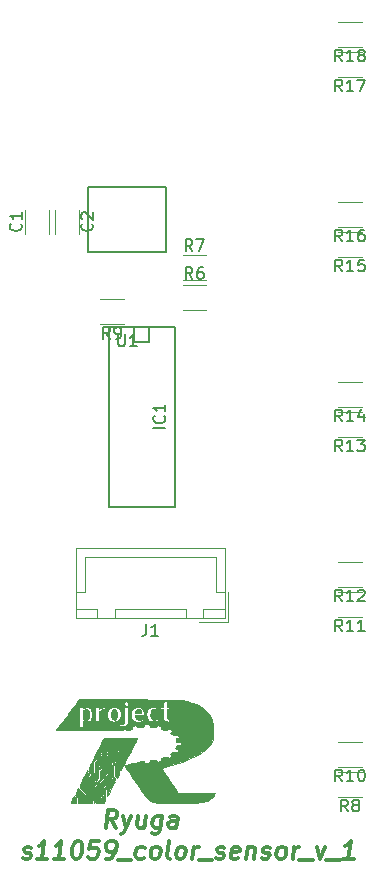
<source format=gbr>
G04 #@! TF.GenerationSoftware,KiCad,Pcbnew,(5.0.0-rc2-dev-632-g76d3b6f04)*
G04 #@! TF.CreationDate,2018-11-25T05:17:50+09:00*
G04 #@! TF.ProjectId,I2C_color_sensor_v1,4932435F636F6C6F725F73656E736F72,rev?*
G04 #@! TF.SameCoordinates,Original*
G04 #@! TF.FileFunction,Legend,Top*
G04 #@! TF.FilePolarity,Positive*
%FSLAX46Y46*%
G04 Gerber Fmt 4.6, Leading zero omitted, Abs format (unit mm)*
G04 Created by KiCad (PCBNEW (5.0.0-rc2-dev-632-g76d3b6f04)) date 11/25/18 05:17:50*
%MOMM*%
%LPD*%
G01*
G04 APERTURE LIST*
%ADD10C,0.300000*%
%ADD11C,0.120000*%
%ADD12C,0.150000*%
%ADD13C,0.010000*%
G04 APERTURE END LIST*
D10*
X134201071Y-136568571D02*
X133790357Y-135854285D01*
X133343928Y-136568571D02*
X133531428Y-135068571D01*
X134102857Y-135068571D01*
X134236785Y-135140000D01*
X134299285Y-135211428D01*
X134352857Y-135354285D01*
X134326071Y-135568571D01*
X134236785Y-135711428D01*
X134156428Y-135782857D01*
X134004642Y-135854285D01*
X133433214Y-135854285D01*
X134826071Y-135568571D02*
X135058214Y-136568571D01*
X135540357Y-135568571D02*
X135058214Y-136568571D01*
X134870714Y-136925714D01*
X134790357Y-136997142D01*
X134638571Y-137068571D01*
X136754642Y-135568571D02*
X136629642Y-136568571D01*
X136111785Y-135568571D02*
X136013571Y-136354285D01*
X136067142Y-136497142D01*
X136201071Y-136568571D01*
X136415357Y-136568571D01*
X136567142Y-136497142D01*
X136647500Y-136425714D01*
X138111785Y-135568571D02*
X137960000Y-136782857D01*
X137870714Y-136925714D01*
X137790357Y-136997142D01*
X137638571Y-137068571D01*
X137424285Y-137068571D01*
X137290357Y-136997142D01*
X137995714Y-136497142D02*
X137843928Y-136568571D01*
X137558214Y-136568571D01*
X137424285Y-136497142D01*
X137361785Y-136425714D01*
X137308214Y-136282857D01*
X137361785Y-135854285D01*
X137451071Y-135711428D01*
X137531428Y-135640000D01*
X137683214Y-135568571D01*
X137968928Y-135568571D01*
X138102857Y-135640000D01*
X139343928Y-136568571D02*
X139442142Y-135782857D01*
X139388571Y-135640000D01*
X139254642Y-135568571D01*
X138968928Y-135568571D01*
X138817142Y-135640000D01*
X139352857Y-136497142D02*
X139201071Y-136568571D01*
X138843928Y-136568571D01*
X138710000Y-136497142D01*
X138656428Y-136354285D01*
X138674285Y-136211428D01*
X138763571Y-136068571D01*
X138915357Y-135997142D01*
X139272500Y-135997142D01*
X139424285Y-135925714D01*
X126352857Y-139107142D02*
X126486785Y-139178571D01*
X126772500Y-139178571D01*
X126924285Y-139107142D01*
X127013571Y-138964285D01*
X127022500Y-138892857D01*
X126968928Y-138750000D01*
X126835000Y-138678571D01*
X126620714Y-138678571D01*
X126486785Y-138607142D01*
X126433214Y-138464285D01*
X126442142Y-138392857D01*
X126531428Y-138250000D01*
X126683214Y-138178571D01*
X126897500Y-138178571D01*
X127031428Y-138250000D01*
X128415357Y-139178571D02*
X127558214Y-139178571D01*
X127986785Y-139178571D02*
X128174285Y-137678571D01*
X128004642Y-137892857D01*
X127843928Y-138035714D01*
X127692142Y-138107142D01*
X129843928Y-139178571D02*
X128986785Y-139178571D01*
X129415357Y-139178571D02*
X129602857Y-137678571D01*
X129433214Y-137892857D01*
X129272500Y-138035714D01*
X129120714Y-138107142D01*
X130960000Y-137678571D02*
X131102857Y-137678571D01*
X131236785Y-137750000D01*
X131299285Y-137821428D01*
X131352857Y-137964285D01*
X131388571Y-138250000D01*
X131343928Y-138607142D01*
X131236785Y-138892857D01*
X131147500Y-139035714D01*
X131067142Y-139107142D01*
X130915357Y-139178571D01*
X130772500Y-139178571D01*
X130638571Y-139107142D01*
X130576071Y-139035714D01*
X130522500Y-138892857D01*
X130486785Y-138607142D01*
X130531428Y-138250000D01*
X130638571Y-137964285D01*
X130727857Y-137821428D01*
X130808214Y-137750000D01*
X130960000Y-137678571D01*
X132817142Y-137678571D02*
X132102857Y-137678571D01*
X131942142Y-138392857D01*
X132022500Y-138321428D01*
X132174285Y-138250000D01*
X132531428Y-138250000D01*
X132665357Y-138321428D01*
X132727857Y-138392857D01*
X132781428Y-138535714D01*
X132736785Y-138892857D01*
X132647500Y-139035714D01*
X132567142Y-139107142D01*
X132415357Y-139178571D01*
X132058214Y-139178571D01*
X131924285Y-139107142D01*
X131861785Y-139035714D01*
X133415357Y-139178571D02*
X133701071Y-139178571D01*
X133852857Y-139107142D01*
X133933214Y-139035714D01*
X134102857Y-138821428D01*
X134210000Y-138535714D01*
X134281428Y-137964285D01*
X134227857Y-137821428D01*
X134165357Y-137750000D01*
X134031428Y-137678571D01*
X133745714Y-137678571D01*
X133593928Y-137750000D01*
X133513571Y-137821428D01*
X133424285Y-137964285D01*
X133379642Y-138321428D01*
X133433214Y-138464285D01*
X133495714Y-138535714D01*
X133629642Y-138607142D01*
X133915357Y-138607142D01*
X134067142Y-138535714D01*
X134147500Y-138464285D01*
X134236785Y-138321428D01*
X134397500Y-139321428D02*
X135540357Y-139321428D01*
X136567142Y-139107142D02*
X136415357Y-139178571D01*
X136129642Y-139178571D01*
X135995714Y-139107142D01*
X135933214Y-139035714D01*
X135879642Y-138892857D01*
X135933214Y-138464285D01*
X136022500Y-138321428D01*
X136102857Y-138250000D01*
X136254642Y-138178571D01*
X136540357Y-138178571D01*
X136674285Y-138250000D01*
X137415357Y-139178571D02*
X137281428Y-139107142D01*
X137218928Y-139035714D01*
X137165357Y-138892857D01*
X137218928Y-138464285D01*
X137308214Y-138321428D01*
X137388571Y-138250000D01*
X137540357Y-138178571D01*
X137754642Y-138178571D01*
X137888571Y-138250000D01*
X137951071Y-138321428D01*
X138004642Y-138464285D01*
X137951071Y-138892857D01*
X137861785Y-139035714D01*
X137781428Y-139107142D01*
X137629642Y-139178571D01*
X137415357Y-139178571D01*
X138772500Y-139178571D02*
X138638571Y-139107142D01*
X138585000Y-138964285D01*
X138745714Y-137678571D01*
X139558214Y-139178571D02*
X139424285Y-139107142D01*
X139361785Y-139035714D01*
X139308214Y-138892857D01*
X139361785Y-138464285D01*
X139451071Y-138321428D01*
X139531428Y-138250000D01*
X139683214Y-138178571D01*
X139897500Y-138178571D01*
X140031428Y-138250000D01*
X140093928Y-138321428D01*
X140147500Y-138464285D01*
X140093928Y-138892857D01*
X140004642Y-139035714D01*
X139924285Y-139107142D01*
X139772500Y-139178571D01*
X139558214Y-139178571D01*
X140701071Y-139178571D02*
X140826071Y-138178571D01*
X140790357Y-138464285D02*
X140879642Y-138321428D01*
X140960000Y-138250000D01*
X141111785Y-138178571D01*
X141254642Y-138178571D01*
X141254642Y-139321428D02*
X142397500Y-139321428D01*
X142710000Y-139107142D02*
X142843928Y-139178571D01*
X143129642Y-139178571D01*
X143281428Y-139107142D01*
X143370714Y-138964285D01*
X143379642Y-138892857D01*
X143326071Y-138750000D01*
X143192142Y-138678571D01*
X142977857Y-138678571D01*
X142843928Y-138607142D01*
X142790357Y-138464285D01*
X142799285Y-138392857D01*
X142888571Y-138250000D01*
X143040357Y-138178571D01*
X143254642Y-138178571D01*
X143388571Y-138250000D01*
X144567142Y-139107142D02*
X144415357Y-139178571D01*
X144129642Y-139178571D01*
X143995714Y-139107142D01*
X143942142Y-138964285D01*
X144013571Y-138392857D01*
X144102857Y-138250000D01*
X144254642Y-138178571D01*
X144540357Y-138178571D01*
X144674285Y-138250000D01*
X144727857Y-138392857D01*
X144710000Y-138535714D01*
X143977857Y-138678571D01*
X145397500Y-138178571D02*
X145272500Y-139178571D01*
X145379642Y-138321428D02*
X145460000Y-138250000D01*
X145611785Y-138178571D01*
X145826071Y-138178571D01*
X145960000Y-138250000D01*
X146013571Y-138392857D01*
X145915357Y-139178571D01*
X146567142Y-139107142D02*
X146701071Y-139178571D01*
X146986785Y-139178571D01*
X147138571Y-139107142D01*
X147227857Y-138964285D01*
X147236785Y-138892857D01*
X147183214Y-138750000D01*
X147049285Y-138678571D01*
X146835000Y-138678571D01*
X146701071Y-138607142D01*
X146647500Y-138464285D01*
X146656428Y-138392857D01*
X146745714Y-138250000D01*
X146897500Y-138178571D01*
X147111785Y-138178571D01*
X147245714Y-138250000D01*
X148058214Y-139178571D02*
X147924285Y-139107142D01*
X147861785Y-139035714D01*
X147808214Y-138892857D01*
X147861785Y-138464285D01*
X147951071Y-138321428D01*
X148031428Y-138250000D01*
X148183214Y-138178571D01*
X148397500Y-138178571D01*
X148531428Y-138250000D01*
X148593928Y-138321428D01*
X148647500Y-138464285D01*
X148593928Y-138892857D01*
X148504642Y-139035714D01*
X148424285Y-139107142D01*
X148272500Y-139178571D01*
X148058214Y-139178571D01*
X149201071Y-139178571D02*
X149326071Y-138178571D01*
X149290357Y-138464285D02*
X149379642Y-138321428D01*
X149460000Y-138250000D01*
X149611785Y-138178571D01*
X149754642Y-138178571D01*
X149754642Y-139321428D02*
X150897500Y-139321428D01*
X151254642Y-138178571D02*
X151486785Y-139178571D01*
X151968928Y-138178571D01*
X152040357Y-139321428D02*
X153183214Y-139321428D01*
X154343928Y-139178571D02*
X153486785Y-139178571D01*
X153915357Y-139178571D02*
X154102857Y-137678571D01*
X153933214Y-137892857D01*
X153772500Y-138035714D01*
X153620714Y-138107142D01*
D11*
X143725000Y-119130000D02*
X143725000Y-116630000D01*
X141225000Y-119130000D02*
X143725000Y-119130000D01*
X131575000Y-113630000D02*
X137125000Y-113630000D01*
X131575000Y-116580000D02*
X131575000Y-113630000D01*
X130825000Y-116580000D02*
X131575000Y-116580000D01*
X142675000Y-113630000D02*
X137125000Y-113630000D01*
X142675000Y-116580000D02*
X142675000Y-113630000D01*
X143425000Y-116580000D02*
X142675000Y-116580000D01*
X130825000Y-118830000D02*
X132625000Y-118830000D01*
X130825000Y-118080000D02*
X130825000Y-118830000D01*
X132625000Y-118080000D02*
X130825000Y-118080000D01*
X132625000Y-118830000D02*
X132625000Y-118080000D01*
X141625000Y-118830000D02*
X143425000Y-118830000D01*
X141625000Y-118080000D02*
X141625000Y-118830000D01*
X143425000Y-118080000D02*
X141625000Y-118080000D01*
X143425000Y-118830000D02*
X143425000Y-118080000D01*
X134125000Y-118830000D02*
X140125000Y-118830000D01*
X134125000Y-118080000D02*
X134125000Y-118830000D01*
X140125000Y-118080000D02*
X134125000Y-118080000D01*
X140125000Y-118830000D02*
X140125000Y-118080000D01*
X130825000Y-118830000D02*
X143425000Y-118830000D01*
X130825000Y-112880000D02*
X130825000Y-118830000D01*
X143425000Y-112880000D02*
X130825000Y-112880000D01*
X143425000Y-118830000D02*
X143425000Y-112880000D01*
D12*
X138460000Y-82345000D02*
X138460000Y-87845000D01*
X131860000Y-82345000D02*
X138460000Y-82345000D01*
X131860000Y-87845000D02*
X131860000Y-82345000D01*
X138460000Y-87845000D02*
X131860000Y-87845000D01*
D11*
X128560000Y-86265000D02*
X128560000Y-84265000D01*
X126520000Y-84265000D02*
X126520000Y-86265000D01*
X131100000Y-86265000D02*
X131100000Y-84265000D01*
X129060000Y-84265000D02*
X129060000Y-86265000D01*
D12*
X139224000Y-109395000D02*
X133636000Y-109395000D01*
X139224000Y-94155000D02*
X133636000Y-94155000D01*
X139224000Y-109395000D02*
X139224000Y-94155000D01*
X137065000Y-94155000D02*
X137065000Y-95425000D01*
X137065000Y-95425000D02*
X135795000Y-95425000D01*
X135795000Y-95425000D02*
X135795000Y-94155000D01*
X133636000Y-94155000D02*
X133636000Y-109395000D01*
D11*
X139875000Y-90624000D02*
X141875000Y-90624000D01*
X141875000Y-92764000D02*
X139875000Y-92764000D01*
X141875000Y-90224000D02*
X139875000Y-90224000D01*
X139875000Y-88084000D02*
X141875000Y-88084000D01*
X155030000Y-133960000D02*
X153030000Y-133960000D01*
X153030000Y-131820000D02*
X155030000Y-131820000D01*
X132890000Y-91815000D02*
X134890000Y-91815000D01*
X134890000Y-93955000D02*
X132890000Y-93955000D01*
X155030000Y-131420000D02*
X153030000Y-131420000D01*
X153030000Y-129280000D02*
X155030000Y-129280000D01*
X153030000Y-116580000D02*
X155030000Y-116580000D01*
X155030000Y-118720000D02*
X153030000Y-118720000D01*
X155030000Y-116180000D02*
X153030000Y-116180000D01*
X153030000Y-114040000D02*
X155030000Y-114040000D01*
X153030000Y-101340000D02*
X155030000Y-101340000D01*
X155030000Y-103480000D02*
X153030000Y-103480000D01*
X155030000Y-100940000D02*
X153030000Y-100940000D01*
X153030000Y-98800000D02*
X155030000Y-98800000D01*
X153030000Y-86100000D02*
X155030000Y-86100000D01*
X155030000Y-88240000D02*
X153030000Y-88240000D01*
X155030000Y-85700000D02*
X153030000Y-85700000D01*
X153030000Y-83560000D02*
X155030000Y-83560000D01*
X153030000Y-70860000D02*
X155030000Y-70860000D01*
X155030000Y-73000000D02*
X153030000Y-73000000D01*
X155030000Y-70460000D02*
X153030000Y-70460000D01*
X153030000Y-68320000D02*
X155030000Y-68320000D01*
D13*
G36*
X136243769Y-126558114D02*
X136315160Y-126639791D01*
X136328365Y-126668057D01*
X136362057Y-126757543D01*
X136373637Y-126817119D01*
X136356658Y-126852864D01*
X136304674Y-126870857D01*
X136211239Y-126877178D01*
X136105833Y-126877916D01*
X135841250Y-126877916D01*
X135841349Y-126791927D01*
X135861102Y-126686632D01*
X135913101Y-126595716D01*
X135986826Y-126534735D01*
X136024442Y-126521171D01*
X136144006Y-126517194D01*
X136243769Y-126558114D01*
X136243769Y-126558114D01*
G37*
X136243769Y-126558114D02*
X136315160Y-126639791D01*
X136328365Y-126668057D01*
X136362057Y-126757543D01*
X136373637Y-126817119D01*
X136356658Y-126852864D01*
X136304674Y-126870857D01*
X136211239Y-126877178D01*
X136105833Y-126877916D01*
X135841250Y-126877916D01*
X135841349Y-126791927D01*
X135861102Y-126686632D01*
X135913101Y-126595716D01*
X135986826Y-126534735D01*
X136024442Y-126521171D01*
X136144006Y-126517194D01*
X136243769Y-126558114D01*
G36*
X134064484Y-126539336D02*
X134160151Y-126559364D01*
X134226895Y-126609193D01*
X134270091Y-126695818D01*
X134295111Y-126826234D01*
X134296795Y-126841703D01*
X134304834Y-127014873D01*
X134292732Y-127167105D01*
X134262045Y-127288589D01*
X134214327Y-127369515D01*
X134212918Y-127370945D01*
X134126805Y-127424795D01*
X134032383Y-127429361D01*
X133939710Y-127384989D01*
X133912203Y-127360648D01*
X133855965Y-127270255D01*
X133823239Y-127139176D01*
X133815092Y-126974643D01*
X133829881Y-126802326D01*
X133855260Y-126675744D01*
X133892892Y-126594421D01*
X133949336Y-126551006D01*
X134031148Y-126538149D01*
X134064484Y-126539336D01*
X134064484Y-126539336D01*
G37*
X134064484Y-126539336D02*
X134160151Y-126559364D01*
X134226895Y-126609193D01*
X134270091Y-126695818D01*
X134295111Y-126826234D01*
X134296795Y-126841703D01*
X134304834Y-127014873D01*
X134292732Y-127167105D01*
X134262045Y-127288589D01*
X134214327Y-127369515D01*
X134212918Y-127370945D01*
X134126805Y-127424795D01*
X134032383Y-127429361D01*
X133939710Y-127384989D01*
X133912203Y-127360648D01*
X133855965Y-127270255D01*
X133823239Y-127139176D01*
X133815092Y-126974643D01*
X133829881Y-126802326D01*
X133855260Y-126675744D01*
X133892892Y-126594421D01*
X133949336Y-126551006D01*
X134031148Y-126538149D01*
X134064484Y-126539336D01*
G36*
X131776012Y-126555156D02*
X131854881Y-126595706D01*
X131875102Y-126616433D01*
X131917433Y-126705186D01*
X131941374Y-126825206D01*
X131947734Y-126962006D01*
X131937327Y-127101100D01*
X131910962Y-127228003D01*
X131869451Y-127328226D01*
X131832683Y-127374010D01*
X131747740Y-127417300D01*
X131638926Y-127432722D01*
X131528376Y-127418556D01*
X131482239Y-127401249D01*
X131458900Y-127387739D01*
X131442624Y-127367735D01*
X131432140Y-127332535D01*
X131426177Y-127273435D01*
X131423464Y-127181733D01*
X131422732Y-127048726D01*
X131422708Y-126993545D01*
X131422986Y-126844964D01*
X131424765Y-126740285D01*
X131429467Y-126670494D01*
X131438510Y-126626578D01*
X131453315Y-126599522D01*
X131475303Y-126580312D01*
X131489284Y-126570930D01*
X131573025Y-126540387D01*
X131675331Y-126535922D01*
X131776012Y-126555156D01*
X131776012Y-126555156D01*
G37*
X131776012Y-126555156D02*
X131854881Y-126595706D01*
X131875102Y-126616433D01*
X131917433Y-126705186D01*
X131941374Y-126825206D01*
X131947734Y-126962006D01*
X131937327Y-127101100D01*
X131910962Y-127228003D01*
X131869451Y-127328226D01*
X131832683Y-127374010D01*
X131747740Y-127417300D01*
X131638926Y-127432722D01*
X131528376Y-127418556D01*
X131482239Y-127401249D01*
X131458900Y-127387739D01*
X131442624Y-127367735D01*
X131432140Y-127332535D01*
X131426177Y-127273435D01*
X131423464Y-127181733D01*
X131422732Y-127048726D01*
X131422708Y-126993545D01*
X131422986Y-126844964D01*
X131424765Y-126740285D01*
X131429467Y-126670494D01*
X131438510Y-126626578D01*
X131453315Y-126599522D01*
X131475303Y-126580312D01*
X131489284Y-126570930D01*
X131573025Y-126540387D01*
X131675331Y-126535922D01*
X131776012Y-126555156D01*
G36*
X132848815Y-130173607D02*
X132864795Y-130180443D01*
X132915070Y-130227100D01*
X132933230Y-130293269D01*
X132917850Y-130358266D01*
X132879656Y-130395944D01*
X132835512Y-130417833D01*
X132805816Y-130417090D01*
X132763905Y-130390846D01*
X132751512Y-130382145D01*
X132701116Y-130323228D01*
X132702090Y-130257251D01*
X132745732Y-130198340D01*
X132795820Y-130166281D01*
X132848815Y-130173607D01*
X132848815Y-130173607D01*
G37*
X132848815Y-130173607D02*
X132864795Y-130180443D01*
X132915070Y-130227100D01*
X132933230Y-130293269D01*
X132917850Y-130358266D01*
X132879656Y-130395944D01*
X132835512Y-130417833D01*
X132805816Y-130417090D01*
X132763905Y-130390846D01*
X132751512Y-130382145D01*
X132701116Y-130323228D01*
X132702090Y-130257251D01*
X132745732Y-130198340D01*
X132795820Y-130166281D01*
X132848815Y-130173607D01*
G36*
X134599810Y-130103874D02*
X134627456Y-130142174D01*
X134639109Y-130214848D01*
X134613587Y-130275040D01*
X134563529Y-130312847D01*
X134501569Y-130318366D01*
X134444250Y-130285750D01*
X134417742Y-130234167D01*
X134412500Y-130198437D01*
X134432431Y-130130154D01*
X134481259Y-130088763D01*
X134542535Y-130078568D01*
X134599810Y-130103874D01*
X134599810Y-130103874D01*
G37*
X134599810Y-130103874D02*
X134627456Y-130142174D01*
X134639109Y-130214848D01*
X134613587Y-130275040D01*
X134563529Y-130312847D01*
X134501569Y-130318366D01*
X134444250Y-130285750D01*
X134417742Y-130234167D01*
X134412500Y-130198437D01*
X134432431Y-130130154D01*
X134481259Y-130088763D01*
X134542535Y-130078568D01*
X134599810Y-130103874D01*
G36*
X133689345Y-130224378D02*
X133697194Y-130236385D01*
X133722161Y-130302060D01*
X133708693Y-130351838D01*
X133683006Y-130381755D01*
X133615162Y-130419783D01*
X133546747Y-130407578D01*
X133501188Y-130364529D01*
X133466999Y-130307712D01*
X133467146Y-130269122D01*
X133501577Y-130226785D01*
X133565249Y-130191195D01*
X133634974Y-130190743D01*
X133689345Y-130224378D01*
X133689345Y-130224378D01*
G37*
X133689345Y-130224378D02*
X133697194Y-130236385D01*
X133722161Y-130302060D01*
X133708693Y-130351838D01*
X133683006Y-130381755D01*
X133615162Y-130419783D01*
X133546747Y-130407578D01*
X133501188Y-130364529D01*
X133466999Y-130307712D01*
X133467146Y-130269122D01*
X133501577Y-130226785D01*
X133565249Y-130191195D01*
X133634974Y-130190743D01*
X133689345Y-130224378D01*
G36*
X132426794Y-130647806D02*
X132479493Y-130688259D01*
X132500025Y-130753365D01*
X132484349Y-130822953D01*
X132466847Y-130847732D01*
X132409218Y-130892898D01*
X132356213Y-130887654D01*
X132310778Y-130848562D01*
X132281315Y-130785303D01*
X132290151Y-130719720D01*
X132328418Y-130667157D01*
X132387247Y-130642958D01*
X132426794Y-130647806D01*
X132426794Y-130647806D01*
G37*
X132426794Y-130647806D02*
X132479493Y-130688259D01*
X132500025Y-130753365D01*
X132484349Y-130822953D01*
X132466847Y-130847732D01*
X132409218Y-130892898D01*
X132356213Y-130887654D01*
X132310778Y-130848562D01*
X132281315Y-130785303D01*
X132290151Y-130719720D01*
X132328418Y-130667157D01*
X132387247Y-130642958D01*
X132426794Y-130647806D01*
G36*
X134104527Y-131026673D02*
X134154084Y-131075727D01*
X134164644Y-131102540D01*
X134159764Y-131170378D01*
X134118854Y-131220379D01*
X134058049Y-131243578D01*
X133993488Y-131231011D01*
X133968000Y-131211791D01*
X133939339Y-131150962D01*
X133944866Y-131079721D01*
X133975594Y-131032160D01*
X134038244Y-131009624D01*
X134104527Y-131026673D01*
X134104527Y-131026673D01*
G37*
X134104527Y-131026673D02*
X134154084Y-131075727D01*
X134164644Y-131102540D01*
X134159764Y-131170378D01*
X134118854Y-131220379D01*
X134058049Y-131243578D01*
X133993488Y-131231011D01*
X133968000Y-131211791D01*
X133939339Y-131150962D01*
X133944866Y-131079721D01*
X133975594Y-131032160D01*
X134038244Y-131009624D01*
X134104527Y-131026673D01*
G36*
X132886207Y-131428614D02*
X132924325Y-131482052D01*
X132930833Y-131521354D01*
X132910356Y-131593221D01*
X132859311Y-131633053D01*
X132793282Y-131634706D01*
X132734286Y-131598839D01*
X132697944Y-131547979D01*
X132701299Y-131494136D01*
X132720097Y-131453468D01*
X132767418Y-131408951D01*
X132828346Y-131402457D01*
X132886207Y-131428614D01*
X132886207Y-131428614D01*
G37*
X132886207Y-131428614D02*
X132924325Y-131482052D01*
X132930833Y-131521354D01*
X132910356Y-131593221D01*
X132859311Y-131633053D01*
X132793282Y-131634706D01*
X132734286Y-131598839D01*
X132697944Y-131547979D01*
X132701299Y-131494136D01*
X132720097Y-131453468D01*
X132767418Y-131408951D01*
X132828346Y-131402457D01*
X132886207Y-131428614D01*
G36*
X132449155Y-131972245D02*
X132475750Y-131989666D01*
X132502258Y-132041249D01*
X132507500Y-132076979D01*
X132487329Y-132150052D01*
X132434529Y-132188570D01*
X132360671Y-132187077D01*
X132315677Y-132167464D01*
X132273819Y-132118870D01*
X132269995Y-132057451D01*
X132298375Y-131999988D01*
X132353135Y-131963260D01*
X132388437Y-131957916D01*
X132449155Y-131972245D01*
X132449155Y-131972245D01*
G37*
X132449155Y-131972245D02*
X132475750Y-131989666D01*
X132502258Y-132041249D01*
X132507500Y-132076979D01*
X132487329Y-132150052D01*
X132434529Y-132188570D01*
X132360671Y-132187077D01*
X132315677Y-132167464D01*
X132273819Y-132118870D01*
X132269995Y-132057451D01*
X132298375Y-131999988D01*
X132353135Y-131963260D01*
X132388437Y-131957916D01*
X132449155Y-131972245D01*
G36*
X131909618Y-131965103D02*
X131960058Y-131998914D01*
X131985275Y-132054038D01*
X131973086Y-132120954D01*
X131961635Y-132140048D01*
X131903064Y-132188453D01*
X131836748Y-132186507D01*
X131783996Y-132147656D01*
X131744948Y-132086966D01*
X131753508Y-132034061D01*
X131781786Y-131999494D01*
X131846133Y-131962123D01*
X131909618Y-131965103D01*
X131909618Y-131965103D01*
G37*
X131909618Y-131965103D02*
X131960058Y-131998914D01*
X131985275Y-132054038D01*
X131973086Y-132120954D01*
X131961635Y-132140048D01*
X131903064Y-132188453D01*
X131836748Y-132186507D01*
X131783996Y-132147656D01*
X131744948Y-132086966D01*
X131753508Y-132034061D01*
X131781786Y-131999494D01*
X131846133Y-131962123D01*
X131909618Y-131965103D01*
G36*
X134140738Y-132347227D02*
X134165363Y-132401861D01*
X134165978Y-132464840D01*
X134123913Y-132516867D01*
X134122516Y-132518005D01*
X134070240Y-132555762D01*
X134032486Y-132561590D01*
X133984485Y-132539004D01*
X133982552Y-132537880D01*
X133941963Y-132488195D01*
X133935349Y-132421528D01*
X133960671Y-132359665D01*
X134002166Y-132328420D01*
X134084697Y-132314946D01*
X134140738Y-132347227D01*
X134140738Y-132347227D01*
G37*
X134140738Y-132347227D02*
X134165363Y-132401861D01*
X134165978Y-132464840D01*
X134123913Y-132516867D01*
X134122516Y-132518005D01*
X134070240Y-132555762D01*
X134032486Y-132561590D01*
X133984485Y-132539004D01*
X133982552Y-132537880D01*
X133941963Y-132488195D01*
X133935349Y-132421528D01*
X133960671Y-132359665D01*
X134002166Y-132328420D01*
X134084697Y-132314946D01*
X134140738Y-132347227D01*
G36*
X133436545Y-133063097D02*
X133484245Y-133109630D01*
X133511693Y-133160355D01*
X133512917Y-133170468D01*
X133494230Y-133212501D01*
X133451273Y-133262275D01*
X133403698Y-133299466D01*
X133380625Y-133307291D01*
X133344124Y-133290213D01*
X133301250Y-133254375D01*
X133262404Y-133206989D01*
X133248333Y-133175000D01*
X133268125Y-133133150D01*
X133313856Y-133085014D01*
X133365062Y-133049738D01*
X133389753Y-133042708D01*
X133436545Y-133063097D01*
X133436545Y-133063097D01*
G37*
X133436545Y-133063097D02*
X133484245Y-133109630D01*
X133511693Y-133160355D01*
X133512917Y-133170468D01*
X133494230Y-133212501D01*
X133451273Y-133262275D01*
X133403698Y-133299466D01*
X133380625Y-133307291D01*
X133344124Y-133290213D01*
X133301250Y-133254375D01*
X133262404Y-133206989D01*
X133248333Y-133175000D01*
X133268125Y-133133150D01*
X133313856Y-133085014D01*
X133365062Y-133049738D01*
X133389753Y-133042708D01*
X133436545Y-133063097D01*
G36*
X133058660Y-133644627D02*
X133101102Y-133694166D01*
X133105206Y-133758456D01*
X133076451Y-133809892D01*
X133009601Y-133856346D01*
X132944397Y-133850939D01*
X132889875Y-133798545D01*
X132864105Y-133723865D01*
X132884919Y-133663531D01*
X132946064Y-133628931D01*
X132985248Y-133624791D01*
X133058660Y-133644627D01*
X133058660Y-133644627D01*
G37*
X133058660Y-133644627D02*
X133101102Y-133694166D01*
X133105206Y-133758456D01*
X133076451Y-133809892D01*
X133009601Y-133856346D01*
X132944397Y-133850939D01*
X132889875Y-133798545D01*
X132864105Y-133723865D01*
X132884919Y-133663531D01*
X132946064Y-133628931D01*
X132985248Y-133624791D01*
X133058660Y-133644627D01*
G36*
X130954084Y-133738562D02*
X130991771Y-133772414D01*
X131003383Y-133795001D01*
X131020068Y-133853058D01*
X130999932Y-133899650D01*
X130986243Y-133915725D01*
X130919449Y-133962072D01*
X130854057Y-133957584D01*
X130804421Y-133912777D01*
X130777751Y-133840029D01*
X130798217Y-133778748D01*
X130860042Y-133740954D01*
X130889591Y-133735577D01*
X130954084Y-133738562D01*
X130954084Y-133738562D01*
G37*
X130954084Y-133738562D02*
X130991771Y-133772414D01*
X131003383Y-133795001D01*
X131020068Y-133853058D01*
X130999932Y-133899650D01*
X130986243Y-133915725D01*
X130919449Y-133962072D01*
X130854057Y-133957584D01*
X130804421Y-133912777D01*
X130777751Y-133840029D01*
X130798217Y-133778748D01*
X130860042Y-133740954D01*
X130889591Y-133735577D01*
X130954084Y-133738562D01*
G36*
X131868035Y-133829835D02*
X131910477Y-133879374D01*
X131914581Y-133943664D01*
X131885826Y-133995100D01*
X131821848Y-134040026D01*
X131758586Y-134042329D01*
X131720542Y-134015052D01*
X131680882Y-133937138D01*
X131685021Y-133869773D01*
X131729005Y-133823907D01*
X131794623Y-133810000D01*
X131868035Y-133829835D01*
X131868035Y-133829835D01*
G37*
X131868035Y-133829835D02*
X131910477Y-133879374D01*
X131914581Y-133943664D01*
X131885826Y-133995100D01*
X131821848Y-134040026D01*
X131758586Y-134042329D01*
X131720542Y-134015052D01*
X131680882Y-133937138D01*
X131685021Y-133869773D01*
X131729005Y-133823907D01*
X131794623Y-133810000D01*
X131868035Y-133829835D01*
G36*
X135056315Y-125713857D02*
X135615255Y-125714065D01*
X136143115Y-125714649D01*
X136638023Y-125715597D01*
X137098105Y-125716898D01*
X137521487Y-125718539D01*
X137906296Y-125720509D01*
X138250657Y-125722796D01*
X138552698Y-125725387D01*
X138810545Y-125728272D01*
X139022323Y-125731437D01*
X139186161Y-125734871D01*
X139300183Y-125738563D01*
X139346979Y-125741116D01*
X139837662Y-125792074D01*
X140283532Y-125870044D01*
X140685594Y-125975570D01*
X141044856Y-126109193D01*
X141362324Y-126271459D01*
X141639007Y-126462909D01*
X141875910Y-126684087D01*
X142074040Y-126935535D01*
X142234405Y-127217797D01*
X142281848Y-127324091D01*
X142344018Y-127484205D01*
X142391322Y-127635882D01*
X142425559Y-127790402D01*
X142448529Y-127959042D01*
X142462031Y-128153081D01*
X142467865Y-128383797D01*
X142468460Y-128493773D01*
X142469062Y-129038067D01*
X142352451Y-129274294D01*
X142294362Y-129385161D01*
X142235712Y-129478634D01*
X142166067Y-129568462D01*
X142074996Y-129668397D01*
X141982034Y-129762547D01*
X141860991Y-129876102D01*
X141725118Y-129993001D01*
X141592006Y-130098625D01*
X141490511Y-130171039D01*
X141139333Y-130383299D01*
X140738974Y-130590055D01*
X140288790Y-130791565D01*
X139788139Y-130988090D01*
X139236377Y-131179888D01*
X138632861Y-131367220D01*
X138268424Y-131471277D01*
X138181916Y-131499127D01*
X138121807Y-131525961D01*
X138100104Y-131546324D01*
X138100419Y-131547590D01*
X138116676Y-131573487D01*
X138159355Y-131638393D01*
X138225217Y-131737493D01*
X138311026Y-131865972D01*
X138413545Y-132019015D01*
X138529536Y-132191807D01*
X138655762Y-132379532D01*
X138788987Y-132577375D01*
X138925972Y-132780521D01*
X139063482Y-132984156D01*
X139198278Y-133183463D01*
X139327124Y-133373628D01*
X139421065Y-133512004D01*
X139479271Y-133597655D01*
X141027083Y-133604608D01*
X142574896Y-133611562D01*
X142565521Y-133690935D01*
X142524003Y-133825733D01*
X142434682Y-133957612D01*
X142302647Y-134082149D01*
X142132992Y-134194916D01*
X141930807Y-134291490D01*
X141833007Y-134327658D01*
X141761588Y-134351522D01*
X141695013Y-134372163D01*
X141628979Y-134389830D01*
X141559187Y-134404769D01*
X141481333Y-134417228D01*
X141391118Y-134427452D01*
X141284240Y-134435689D01*
X141156397Y-134442186D01*
X141003289Y-134447190D01*
X140820614Y-134450947D01*
X140604071Y-134453704D01*
X140349359Y-134455709D01*
X140052176Y-134457209D01*
X139708221Y-134458449D01*
X139545417Y-134458962D01*
X139240257Y-134459738D01*
X138948833Y-134460151D01*
X138675758Y-134460217D01*
X138425647Y-134459949D01*
X138203114Y-134459362D01*
X138012775Y-134458470D01*
X137859243Y-134457287D01*
X137747133Y-134455827D01*
X137681060Y-134454105D01*
X137666875Y-134453168D01*
X137497379Y-134424173D01*
X137326555Y-134380678D01*
X137175830Y-134328611D01*
X137111254Y-134299481D01*
X137047158Y-134263541D01*
X136984259Y-134219747D01*
X136919469Y-134164219D01*
X136849700Y-134093081D01*
X136771863Y-134002453D01*
X136682869Y-133888458D01*
X136579630Y-133747218D01*
X136459059Y-133574855D01*
X136318066Y-133367490D01*
X136153563Y-133121246D01*
X136057715Y-132976562D01*
X135912248Y-132756655D01*
X135766729Y-132536924D01*
X135625707Y-132324222D01*
X135493731Y-132125400D01*
X135375351Y-131947311D01*
X135275117Y-131796806D01*
X135197577Y-131680738D01*
X135172906Y-131643957D01*
X135080651Y-131505885D01*
X135017035Y-131405252D01*
X134981290Y-131335501D01*
X134972650Y-131290073D01*
X134990350Y-131262414D01*
X135033623Y-131245965D01*
X135101703Y-131234170D01*
X135124638Y-131230876D01*
X135184180Y-131219708D01*
X135286283Y-131197667D01*
X135422182Y-131166767D01*
X135583116Y-131129024D01*
X135760320Y-131086454D01*
X135882515Y-131056549D01*
X136059095Y-131013273D01*
X136219097Y-130974566D01*
X136355213Y-130942155D01*
X136460134Y-130917765D01*
X136526552Y-130903126D01*
X136546761Y-130899583D01*
X136571932Y-130922287D01*
X136596650Y-130977736D01*
X136599004Y-130985572D01*
X136613610Y-131029939D01*
X136634347Y-131056149D01*
X136674005Y-131069743D01*
X136745370Y-131076262D01*
X136815465Y-131079355D01*
X137007349Y-131087148D01*
X137058886Y-130970642D01*
X137092352Y-130902207D01*
X137126771Y-130865355D01*
X137180661Y-130847158D01*
X137249742Y-130837401D01*
X137378541Y-130824434D01*
X137469795Y-130823670D01*
X137537942Y-130837406D01*
X137597418Y-130867941D01*
X137640417Y-130899583D01*
X137701665Y-130945735D01*
X137750469Y-130969854D01*
X137804223Y-130974527D01*
X137880321Y-130962340D01*
X137952577Y-130946007D01*
X138033518Y-130925054D01*
X138073838Y-130905179D01*
X138084907Y-130877590D01*
X138080898Y-130846788D01*
X138064768Y-130761722D01*
X138065110Y-130709373D01*
X138090634Y-130675809D01*
X138150046Y-130647097D01*
X138222500Y-130620211D01*
X138394479Y-130557161D01*
X138570106Y-130613562D01*
X138745734Y-130669963D01*
X138999082Y-130521491D01*
X138897088Y-130428020D01*
X138795095Y-130334550D01*
X139029479Y-130129688D01*
X139227950Y-130146390D01*
X139329303Y-130154109D01*
X139392356Y-130153797D01*
X139431540Y-130141887D01*
X139461283Y-130114811D01*
X139485919Y-130082617D01*
X139524776Y-130023854D01*
X139544718Y-129981568D01*
X139545417Y-129976739D01*
X139522490Y-129954859D01*
X139463663Y-129926104D01*
X139413436Y-129907499D01*
X139336701Y-129879290D01*
X139283431Y-129854624D01*
X139269455Y-129844244D01*
X139268024Y-129808699D01*
X139278799Y-129742801D01*
X139285291Y-129715159D01*
X139305801Y-129647839D01*
X139334063Y-129613229D01*
X139387586Y-129596771D01*
X139435886Y-129589962D01*
X139561029Y-129572370D01*
X139642591Y-129554362D01*
X139689728Y-129531172D01*
X139711597Y-129498032D01*
X139717353Y-129450174D01*
X139717396Y-129443384D01*
X139714477Y-129388872D01*
X139696771Y-129358834D01*
X139650852Y-129341727D01*
X139585104Y-129329650D01*
X139469318Y-129309714D01*
X139394892Y-129294326D01*
X139350910Y-129279831D01*
X139326454Y-129262573D01*
X139310608Y-129238899D01*
X139309857Y-129237502D01*
X139287489Y-129174905D01*
X139276021Y-129115639D01*
X139275922Y-129071223D01*
X139295604Y-129040419D01*
X139346384Y-129012147D01*
X139406510Y-128987927D01*
X139482170Y-128953991D01*
X139532222Y-128922175D01*
X139544465Y-128905050D01*
X139528267Y-128866530D01*
X139489641Y-128809905D01*
X139481243Y-128799377D01*
X139447469Y-128760921D01*
X139415025Y-128739531D01*
X139369315Y-128731996D01*
X139295745Y-128735104D01*
X139219944Y-128741885D01*
X139020916Y-128760535D01*
X138802072Y-128562823D01*
X138897786Y-128464804D01*
X138993499Y-128366784D01*
X138867482Y-128292933D01*
X138794229Y-128254603D01*
X138730635Y-128237332D01*
X138661775Y-128241679D01*
X138572725Y-128268199D01*
X138472227Y-128307680D01*
X138422724Y-128323294D01*
X138373358Y-128323287D01*
X138307542Y-128305298D01*
X138220873Y-128271921D01*
X138126427Y-128229949D01*
X138074939Y-128196314D01*
X138058369Y-128165238D01*
X138059004Y-128155555D01*
X138070825Y-128092616D01*
X138081342Y-128038935D01*
X138085757Y-128001514D01*
X138073316Y-127977638D01*
X138033358Y-127960501D01*
X137955225Y-127943295D01*
X137921511Y-127936869D01*
X137747825Y-127904097D01*
X137644011Y-127986319D01*
X137581006Y-128030831D01*
X137520285Y-128056668D01*
X137447307Y-128066221D01*
X137347525Y-128061878D01*
X137248910Y-128051249D01*
X137165364Y-128038242D01*
X137117213Y-128017738D01*
X137087036Y-127978944D01*
X137069290Y-127939958D01*
X137034565Y-127869117D01*
X136994425Y-127828428D01*
X136933816Y-127809718D01*
X136837681Y-127804818D01*
X136820208Y-127804768D01*
X136716307Y-127808607D01*
X136652475Y-127824237D01*
X136616164Y-127857827D01*
X136594824Y-127915546D01*
X136594814Y-127915586D01*
X136573923Y-127973592D01*
X136538936Y-128012014D01*
X136478953Y-128036330D01*
X136383077Y-128052018D01*
X136309350Y-128059102D01*
X136206405Y-128066779D01*
X136139788Y-128065973D01*
X136093133Y-128053022D01*
X136050071Y-128024269D01*
X136013494Y-127992948D01*
X135951209Y-127943043D01*
X135897028Y-127918134D01*
X135833833Y-127915670D01*
X135744508Y-127933096D01*
X135695729Y-127945563D01*
X135614422Y-127971729D01*
X135574194Y-128004817D01*
X135567642Y-128058916D01*
X135587367Y-128148115D01*
X135588037Y-128150568D01*
X135595136Y-128193336D01*
X135578939Y-128219678D01*
X135528175Y-128240898D01*
X135485604Y-128253318D01*
X135342220Y-128274455D01*
X135172845Y-128268352D01*
X135067767Y-128259519D01*
X134975453Y-128254461D01*
X134915683Y-128254257D01*
X134915208Y-128254291D01*
X134871255Y-128255689D01*
X134780038Y-128257094D01*
X134645703Y-128258496D01*
X134472398Y-128259885D01*
X134264269Y-128261251D01*
X134025462Y-128262584D01*
X133760124Y-128263874D01*
X133472402Y-128265111D01*
X133166442Y-128266285D01*
X132846392Y-128267387D01*
X132516397Y-128268405D01*
X132180604Y-128269331D01*
X131843160Y-128270153D01*
X131508212Y-128270862D01*
X131179906Y-128271449D01*
X130862388Y-128271902D01*
X130559806Y-128272213D01*
X130276306Y-128272371D01*
X130016035Y-128272365D01*
X129783139Y-128272187D01*
X129581765Y-128271826D01*
X129416059Y-128271271D01*
X129290169Y-128270514D01*
X129208240Y-128269544D01*
X129174420Y-128268351D01*
X129173750Y-128268139D01*
X129189487Y-128244092D01*
X129234726Y-128182134D01*
X129306507Y-128086148D01*
X129401870Y-127960012D01*
X129517854Y-127807609D01*
X129651501Y-127632817D01*
X129799850Y-127439519D01*
X129959941Y-127231593D01*
X130128815Y-127012921D01*
X130284597Y-126811770D01*
X130407663Y-126653076D01*
X130544378Y-126476778D01*
X130623142Y-126375208D01*
X131078750Y-126375208D01*
X131078750Y-128068541D01*
X131422708Y-128068541D01*
X131422708Y-127734292D01*
X134407827Y-127734292D01*
X134423791Y-127814112D01*
X134445130Y-127877538D01*
X134472429Y-127914685D01*
X134511990Y-127923825D01*
X134590763Y-127931006D01*
X134695049Y-127935195D01*
X134752856Y-127935844D01*
X134880926Y-127933812D01*
X134971255Y-127925608D01*
X135038887Y-127908816D01*
X135098863Y-127881022D01*
X135100704Y-127879992D01*
X135170896Y-127829648D01*
X135222006Y-127773809D01*
X135229983Y-127759685D01*
X135240302Y-127708733D01*
X135248479Y-127607370D01*
X135254414Y-127458064D01*
X135258009Y-127263279D01*
X135259167Y-127035421D01*
X135259167Y-127017415D01*
X135499208Y-127017415D01*
X135507408Y-127166517D01*
X135523304Y-127247686D01*
X135582094Y-127373068D01*
X135678039Y-127478006D01*
X135797148Y-127548401D01*
X135833430Y-127560185D01*
X135959918Y-127581250D01*
X136111910Y-127588564D01*
X136263780Y-127582010D01*
X136385159Y-127562692D01*
X136469932Y-127531850D01*
X136502619Y-127495004D01*
X136503069Y-127489931D01*
X136510141Y-127429410D01*
X136519411Y-127387139D01*
X136535390Y-127327509D01*
X136419831Y-127379944D01*
X136312150Y-127414380D01*
X136192211Y-127430840D01*
X136080184Y-127428134D01*
X135996242Y-127405071D01*
X135996011Y-127404948D01*
X135949360Y-127359473D01*
X135901641Y-127282128D01*
X135862789Y-127192804D01*
X135842737Y-127111393D01*
X135841831Y-127096197D01*
X135843244Y-127072624D01*
X135853470Y-127056275D01*
X135880680Y-127045829D01*
X135933043Y-127039963D01*
X136018731Y-127037356D01*
X136145913Y-127036687D01*
X136209884Y-127036666D01*
X136367475Y-127036088D01*
X136478976Y-127031291D01*
X136551209Y-127017682D01*
X136590998Y-126990668D01*
X136597071Y-126971377D01*
X136807118Y-126971377D01*
X136818480Y-127163580D01*
X136855087Y-127312788D01*
X136920346Y-127424206D01*
X137017661Y-127503039D01*
X137150438Y-127554491D01*
X137195500Y-127564919D01*
X137301601Y-127576278D01*
X137437922Y-127576455D01*
X137583108Y-127566119D01*
X137699948Y-127549109D01*
X137750148Y-127531506D01*
X137769976Y-127493029D01*
X137772708Y-127444668D01*
X137771009Y-127384378D01*
X137766845Y-127355104D01*
X137766094Y-127354565D01*
X137739567Y-127362902D01*
X137680825Y-127383365D01*
X137653646Y-127393091D01*
X137514073Y-127427156D01*
X137386792Y-127427741D01*
X137284705Y-127395274D01*
X137262104Y-127380093D01*
X137208147Y-127310543D01*
X137170720Y-127207803D01*
X137149506Y-127083658D01*
X137144188Y-126949895D01*
X137154450Y-126818297D01*
X137179974Y-126700649D01*
X137220444Y-126608737D01*
X137275543Y-126554346D01*
X137284414Y-126550393D01*
X137349825Y-126538264D01*
X137446429Y-126534449D01*
X137553232Y-126538524D01*
X137649238Y-126550061D01*
X137686893Y-126558569D01*
X137745442Y-126571370D01*
X137769153Y-126561068D01*
X137772708Y-126537168D01*
X137763964Y-126477452D01*
X137738018Y-126442875D01*
X137957917Y-126442875D01*
X137961802Y-126483254D01*
X137982088Y-126504977D01*
X138031723Y-126514790D01*
X138103437Y-126518680D01*
X138182812Y-126521730D01*
X138196042Y-126960450D01*
X138202082Y-127133850D01*
X138209633Y-127262524D01*
X138220795Y-127354656D01*
X138237667Y-127418434D01*
X138262349Y-127462044D01*
X138296941Y-127493673D01*
X138339386Y-127519259D01*
X138428616Y-127552845D01*
X138547581Y-127577901D01*
X138665677Y-127589248D01*
X138723299Y-127586949D01*
X138746962Y-127564007D01*
X138751660Y-127504804D01*
X138751667Y-127499687D01*
X138746624Y-127436962D01*
X138724350Y-127411304D01*
X138687411Y-127407083D01*
X138606549Y-127382813D01*
X138546117Y-127317855D01*
X138525792Y-127266326D01*
X138520955Y-127218757D01*
X138518045Y-127130434D01*
X138517264Y-127013491D01*
X138518812Y-126880065D01*
X138519138Y-126864687D01*
X138526771Y-126520729D01*
X138639219Y-126524111D01*
X138709763Y-126523619D01*
X138742216Y-126510112D01*
X138751289Y-126474073D01*
X138751667Y-126451351D01*
X138747922Y-126404507D01*
X138727133Y-126382318D01*
X138674963Y-126375616D01*
X138632604Y-126375208D01*
X138513542Y-126375208D01*
X138513542Y-125869974D01*
X138351725Y-125877852D01*
X138189909Y-125885729D01*
X138186361Y-126123854D01*
X138182812Y-126361979D01*
X138070364Y-126370115D01*
X137999130Y-126378945D01*
X137966455Y-126397839D01*
X137957988Y-126436081D01*
X137957917Y-126442875D01*
X137738018Y-126442875D01*
X137732555Y-126435595D01*
X137670718Y-126407907D01*
X137570689Y-126390700D01*
X137444660Y-126381285D01*
X137319489Y-126376205D01*
X137231134Y-126377838D01*
X137163710Y-126388132D01*
X137101332Y-126409034D01*
X137056792Y-126428846D01*
X136953779Y-126492298D01*
X136881057Y-126576165D01*
X136834936Y-126688470D01*
X136811721Y-126837235D01*
X136807118Y-126971377D01*
X136597071Y-126971377D01*
X136605168Y-126945657D01*
X136600542Y-126878055D01*
X136584213Y-126784720D01*
X136540714Y-126625887D01*
X136473618Y-126510070D01*
X136377171Y-126432719D01*
X136245618Y-126389286D01*
X136073207Y-126375224D01*
X136066146Y-126375208D01*
X135895785Y-126388204D01*
X135763593Y-126429973D01*
X135660890Y-126504684D01*
X135584801Y-126606410D01*
X135539753Y-126718091D01*
X135510606Y-126861516D01*
X135499208Y-127017415D01*
X135259167Y-127017415D01*
X135259167Y-126375208D01*
X134916102Y-126375208D01*
X134909040Y-127055532D01*
X134901979Y-127735856D01*
X134813314Y-127761273D01*
X134705875Y-127773358D01*
X134566238Y-127760490D01*
X134407827Y-127734292D01*
X131422708Y-127734292D01*
X131422708Y-127535170D01*
X131508698Y-127557116D01*
X131613432Y-127573270D01*
X131736724Y-127576999D01*
X131858271Y-127569111D01*
X131957771Y-127550414D01*
X131991562Y-127537921D01*
X132075985Y-127469735D01*
X132141113Y-127362733D01*
X132186302Y-127227615D01*
X132210906Y-127075087D01*
X132214281Y-126915851D01*
X132195783Y-126760610D01*
X132154767Y-126620069D01*
X132090587Y-126504930D01*
X132056114Y-126466285D01*
X132004352Y-126423616D01*
X131948668Y-126398670D01*
X131870761Y-126385360D01*
X131796258Y-126379879D01*
X131668606Y-126378981D01*
X131577001Y-126394524D01*
X131533876Y-126412137D01*
X131466909Y-126444551D01*
X131434035Y-126451014D01*
X131423399Y-126431818D01*
X131422708Y-126414895D01*
X131411227Y-126392634D01*
X131370201Y-126380261D01*
X131289760Y-126375498D01*
X131250729Y-126375208D01*
X132454583Y-126375208D01*
X132454583Y-127565833D01*
X132798542Y-127565833D01*
X132798542Y-127159297D01*
X132799043Y-127016071D01*
X133481789Y-127016071D01*
X133500882Y-127198679D01*
X133556395Y-127350296D01*
X133645676Y-127466782D01*
X133766075Y-127543994D01*
X133833666Y-127565778D01*
X133961049Y-127584130D01*
X134102829Y-127586552D01*
X134235314Y-127573626D01*
X134315033Y-127553958D01*
X134440971Y-127490904D01*
X134532225Y-127400960D01*
X134591842Y-127278564D01*
X134622871Y-127118155D01*
X134629212Y-126980768D01*
X134616064Y-126782292D01*
X134573493Y-126626621D01*
X134498903Y-126510951D01*
X134389698Y-126432474D01*
X134243282Y-126388386D01*
X134069550Y-126375789D01*
X133881092Y-126391444D01*
X133732132Y-126438986D01*
X133620200Y-126521107D01*
X133542822Y-126640501D01*
X133497526Y-126799859D01*
X133481843Y-127001875D01*
X133481789Y-127016071D01*
X132799043Y-127016071D01*
X132799092Y-127002211D01*
X132801458Y-126888787D01*
X132806712Y-126809777D01*
X132815925Y-126755932D01*
X132830169Y-126718002D01*
X132850517Y-126686738D01*
X132853794Y-126682518D01*
X132958886Y-126589439D01*
X133091542Y-126541091D01*
X133176291Y-126533958D01*
X133247828Y-126532021D01*
X133279505Y-126519304D01*
X133284375Y-126485446D01*
X133280005Y-126451651D01*
X133267925Y-126369344D01*
X133112534Y-126380584D01*
X132973351Y-126404175D01*
X132877842Y-126450454D01*
X132798542Y-126509084D01*
X132798542Y-126442146D01*
X132795621Y-126406168D01*
X132778887Y-126386129D01*
X132736379Y-126377375D01*
X132656137Y-126375249D01*
X132626562Y-126375208D01*
X132454583Y-126375208D01*
X131250729Y-126375208D01*
X131078750Y-126375208D01*
X130623142Y-126375208D01*
X130681719Y-126299671D01*
X130806664Y-126138546D01*
X130860780Y-126068757D01*
X134915208Y-126068757D01*
X134936617Y-126160498D01*
X134992058Y-126223617D01*
X135068357Y-126253398D01*
X135152337Y-126245124D01*
X135230823Y-126194081D01*
X135239323Y-126184769D01*
X135281560Y-126100767D01*
X135276632Y-126012553D01*
X135225964Y-125935798D01*
X135215911Y-125927337D01*
X135154226Y-125889084D01*
X135101636Y-125872518D01*
X135100417Y-125872500D01*
X135023930Y-125896018D01*
X134958347Y-125955301D01*
X134919625Y-126033438D01*
X134915208Y-126068757D01*
X130860780Y-126068757D01*
X130864220Y-126064322D01*
X131136067Y-125713750D01*
X135056315Y-125713857D01*
X135056315Y-125713857D01*
G37*
X135056315Y-125713857D02*
X135615255Y-125714065D01*
X136143115Y-125714649D01*
X136638023Y-125715597D01*
X137098105Y-125716898D01*
X137521487Y-125718539D01*
X137906296Y-125720509D01*
X138250657Y-125722796D01*
X138552698Y-125725387D01*
X138810545Y-125728272D01*
X139022323Y-125731437D01*
X139186161Y-125734871D01*
X139300183Y-125738563D01*
X139346979Y-125741116D01*
X139837662Y-125792074D01*
X140283532Y-125870044D01*
X140685594Y-125975570D01*
X141044856Y-126109193D01*
X141362324Y-126271459D01*
X141639007Y-126462909D01*
X141875910Y-126684087D01*
X142074040Y-126935535D01*
X142234405Y-127217797D01*
X142281848Y-127324091D01*
X142344018Y-127484205D01*
X142391322Y-127635882D01*
X142425559Y-127790402D01*
X142448529Y-127959042D01*
X142462031Y-128153081D01*
X142467865Y-128383797D01*
X142468460Y-128493773D01*
X142469062Y-129038067D01*
X142352451Y-129274294D01*
X142294362Y-129385161D01*
X142235712Y-129478634D01*
X142166067Y-129568462D01*
X142074996Y-129668397D01*
X141982034Y-129762547D01*
X141860991Y-129876102D01*
X141725118Y-129993001D01*
X141592006Y-130098625D01*
X141490511Y-130171039D01*
X141139333Y-130383299D01*
X140738974Y-130590055D01*
X140288790Y-130791565D01*
X139788139Y-130988090D01*
X139236377Y-131179888D01*
X138632861Y-131367220D01*
X138268424Y-131471277D01*
X138181916Y-131499127D01*
X138121807Y-131525961D01*
X138100104Y-131546324D01*
X138100419Y-131547590D01*
X138116676Y-131573487D01*
X138159355Y-131638393D01*
X138225217Y-131737493D01*
X138311026Y-131865972D01*
X138413545Y-132019015D01*
X138529536Y-132191807D01*
X138655762Y-132379532D01*
X138788987Y-132577375D01*
X138925972Y-132780521D01*
X139063482Y-132984156D01*
X139198278Y-133183463D01*
X139327124Y-133373628D01*
X139421065Y-133512004D01*
X139479271Y-133597655D01*
X141027083Y-133604608D01*
X142574896Y-133611562D01*
X142565521Y-133690935D01*
X142524003Y-133825733D01*
X142434682Y-133957612D01*
X142302647Y-134082149D01*
X142132992Y-134194916D01*
X141930807Y-134291490D01*
X141833007Y-134327658D01*
X141761588Y-134351522D01*
X141695013Y-134372163D01*
X141628979Y-134389830D01*
X141559187Y-134404769D01*
X141481333Y-134417228D01*
X141391118Y-134427452D01*
X141284240Y-134435689D01*
X141156397Y-134442186D01*
X141003289Y-134447190D01*
X140820614Y-134450947D01*
X140604071Y-134453704D01*
X140349359Y-134455709D01*
X140052176Y-134457209D01*
X139708221Y-134458449D01*
X139545417Y-134458962D01*
X139240257Y-134459738D01*
X138948833Y-134460151D01*
X138675758Y-134460217D01*
X138425647Y-134459949D01*
X138203114Y-134459362D01*
X138012775Y-134458470D01*
X137859243Y-134457287D01*
X137747133Y-134455827D01*
X137681060Y-134454105D01*
X137666875Y-134453168D01*
X137497379Y-134424173D01*
X137326555Y-134380678D01*
X137175830Y-134328611D01*
X137111254Y-134299481D01*
X137047158Y-134263541D01*
X136984259Y-134219747D01*
X136919469Y-134164219D01*
X136849700Y-134093081D01*
X136771863Y-134002453D01*
X136682869Y-133888458D01*
X136579630Y-133747218D01*
X136459059Y-133574855D01*
X136318066Y-133367490D01*
X136153563Y-133121246D01*
X136057715Y-132976562D01*
X135912248Y-132756655D01*
X135766729Y-132536924D01*
X135625707Y-132324222D01*
X135493731Y-132125400D01*
X135375351Y-131947311D01*
X135275117Y-131796806D01*
X135197577Y-131680738D01*
X135172906Y-131643957D01*
X135080651Y-131505885D01*
X135017035Y-131405252D01*
X134981290Y-131335501D01*
X134972650Y-131290073D01*
X134990350Y-131262414D01*
X135033623Y-131245965D01*
X135101703Y-131234170D01*
X135124638Y-131230876D01*
X135184180Y-131219708D01*
X135286283Y-131197667D01*
X135422182Y-131166767D01*
X135583116Y-131129024D01*
X135760320Y-131086454D01*
X135882515Y-131056549D01*
X136059095Y-131013273D01*
X136219097Y-130974566D01*
X136355213Y-130942155D01*
X136460134Y-130917765D01*
X136526552Y-130903126D01*
X136546761Y-130899583D01*
X136571932Y-130922287D01*
X136596650Y-130977736D01*
X136599004Y-130985572D01*
X136613610Y-131029939D01*
X136634347Y-131056149D01*
X136674005Y-131069743D01*
X136745370Y-131076262D01*
X136815465Y-131079355D01*
X137007349Y-131087148D01*
X137058886Y-130970642D01*
X137092352Y-130902207D01*
X137126771Y-130865355D01*
X137180661Y-130847158D01*
X137249742Y-130837401D01*
X137378541Y-130824434D01*
X137469795Y-130823670D01*
X137537942Y-130837406D01*
X137597418Y-130867941D01*
X137640417Y-130899583D01*
X137701665Y-130945735D01*
X137750469Y-130969854D01*
X137804223Y-130974527D01*
X137880321Y-130962340D01*
X137952577Y-130946007D01*
X138033518Y-130925054D01*
X138073838Y-130905179D01*
X138084907Y-130877590D01*
X138080898Y-130846788D01*
X138064768Y-130761722D01*
X138065110Y-130709373D01*
X138090634Y-130675809D01*
X138150046Y-130647097D01*
X138222500Y-130620211D01*
X138394479Y-130557161D01*
X138570106Y-130613562D01*
X138745734Y-130669963D01*
X138999082Y-130521491D01*
X138897088Y-130428020D01*
X138795095Y-130334550D01*
X139029479Y-130129688D01*
X139227950Y-130146390D01*
X139329303Y-130154109D01*
X139392356Y-130153797D01*
X139431540Y-130141887D01*
X139461283Y-130114811D01*
X139485919Y-130082617D01*
X139524776Y-130023854D01*
X139544718Y-129981568D01*
X139545417Y-129976739D01*
X139522490Y-129954859D01*
X139463663Y-129926104D01*
X139413436Y-129907499D01*
X139336701Y-129879290D01*
X139283431Y-129854624D01*
X139269455Y-129844244D01*
X139268024Y-129808699D01*
X139278799Y-129742801D01*
X139285291Y-129715159D01*
X139305801Y-129647839D01*
X139334063Y-129613229D01*
X139387586Y-129596771D01*
X139435886Y-129589962D01*
X139561029Y-129572370D01*
X139642591Y-129554362D01*
X139689728Y-129531172D01*
X139711597Y-129498032D01*
X139717353Y-129450174D01*
X139717396Y-129443384D01*
X139714477Y-129388872D01*
X139696771Y-129358834D01*
X139650852Y-129341727D01*
X139585104Y-129329650D01*
X139469318Y-129309714D01*
X139394892Y-129294326D01*
X139350910Y-129279831D01*
X139326454Y-129262573D01*
X139310608Y-129238899D01*
X139309857Y-129237502D01*
X139287489Y-129174905D01*
X139276021Y-129115639D01*
X139275922Y-129071223D01*
X139295604Y-129040419D01*
X139346384Y-129012147D01*
X139406510Y-128987927D01*
X139482170Y-128953991D01*
X139532222Y-128922175D01*
X139544465Y-128905050D01*
X139528267Y-128866530D01*
X139489641Y-128809905D01*
X139481243Y-128799377D01*
X139447469Y-128760921D01*
X139415025Y-128739531D01*
X139369315Y-128731996D01*
X139295745Y-128735104D01*
X139219944Y-128741885D01*
X139020916Y-128760535D01*
X138802072Y-128562823D01*
X138897786Y-128464804D01*
X138993499Y-128366784D01*
X138867482Y-128292933D01*
X138794229Y-128254603D01*
X138730635Y-128237332D01*
X138661775Y-128241679D01*
X138572725Y-128268199D01*
X138472227Y-128307680D01*
X138422724Y-128323294D01*
X138373358Y-128323287D01*
X138307542Y-128305298D01*
X138220873Y-128271921D01*
X138126427Y-128229949D01*
X138074939Y-128196314D01*
X138058369Y-128165238D01*
X138059004Y-128155555D01*
X138070825Y-128092616D01*
X138081342Y-128038935D01*
X138085757Y-128001514D01*
X138073316Y-127977638D01*
X138033358Y-127960501D01*
X137955225Y-127943295D01*
X137921511Y-127936869D01*
X137747825Y-127904097D01*
X137644011Y-127986319D01*
X137581006Y-128030831D01*
X137520285Y-128056668D01*
X137447307Y-128066221D01*
X137347525Y-128061878D01*
X137248910Y-128051249D01*
X137165364Y-128038242D01*
X137117213Y-128017738D01*
X137087036Y-127978944D01*
X137069290Y-127939958D01*
X137034565Y-127869117D01*
X136994425Y-127828428D01*
X136933816Y-127809718D01*
X136837681Y-127804818D01*
X136820208Y-127804768D01*
X136716307Y-127808607D01*
X136652475Y-127824237D01*
X136616164Y-127857827D01*
X136594824Y-127915546D01*
X136594814Y-127915586D01*
X136573923Y-127973592D01*
X136538936Y-128012014D01*
X136478953Y-128036330D01*
X136383077Y-128052018D01*
X136309350Y-128059102D01*
X136206405Y-128066779D01*
X136139788Y-128065973D01*
X136093133Y-128053022D01*
X136050071Y-128024269D01*
X136013494Y-127992948D01*
X135951209Y-127943043D01*
X135897028Y-127918134D01*
X135833833Y-127915670D01*
X135744508Y-127933096D01*
X135695729Y-127945563D01*
X135614422Y-127971729D01*
X135574194Y-128004817D01*
X135567642Y-128058916D01*
X135587367Y-128148115D01*
X135588037Y-128150568D01*
X135595136Y-128193336D01*
X135578939Y-128219678D01*
X135528175Y-128240898D01*
X135485604Y-128253318D01*
X135342220Y-128274455D01*
X135172845Y-128268352D01*
X135067767Y-128259519D01*
X134975453Y-128254461D01*
X134915683Y-128254257D01*
X134915208Y-128254291D01*
X134871255Y-128255689D01*
X134780038Y-128257094D01*
X134645703Y-128258496D01*
X134472398Y-128259885D01*
X134264269Y-128261251D01*
X134025462Y-128262584D01*
X133760124Y-128263874D01*
X133472402Y-128265111D01*
X133166442Y-128266285D01*
X132846392Y-128267387D01*
X132516397Y-128268405D01*
X132180604Y-128269331D01*
X131843160Y-128270153D01*
X131508212Y-128270862D01*
X131179906Y-128271449D01*
X130862388Y-128271902D01*
X130559806Y-128272213D01*
X130276306Y-128272371D01*
X130016035Y-128272365D01*
X129783139Y-128272187D01*
X129581765Y-128271826D01*
X129416059Y-128271271D01*
X129290169Y-128270514D01*
X129208240Y-128269544D01*
X129174420Y-128268351D01*
X129173750Y-128268139D01*
X129189487Y-128244092D01*
X129234726Y-128182134D01*
X129306507Y-128086148D01*
X129401870Y-127960012D01*
X129517854Y-127807609D01*
X129651501Y-127632817D01*
X129799850Y-127439519D01*
X129959941Y-127231593D01*
X130128815Y-127012921D01*
X130284597Y-126811770D01*
X130407663Y-126653076D01*
X130544378Y-126476778D01*
X130623142Y-126375208D01*
X131078750Y-126375208D01*
X131078750Y-128068541D01*
X131422708Y-128068541D01*
X131422708Y-127734292D01*
X134407827Y-127734292D01*
X134423791Y-127814112D01*
X134445130Y-127877538D01*
X134472429Y-127914685D01*
X134511990Y-127923825D01*
X134590763Y-127931006D01*
X134695049Y-127935195D01*
X134752856Y-127935844D01*
X134880926Y-127933812D01*
X134971255Y-127925608D01*
X135038887Y-127908816D01*
X135098863Y-127881022D01*
X135100704Y-127879992D01*
X135170896Y-127829648D01*
X135222006Y-127773809D01*
X135229983Y-127759685D01*
X135240302Y-127708733D01*
X135248479Y-127607370D01*
X135254414Y-127458064D01*
X135258009Y-127263279D01*
X135259167Y-127035421D01*
X135259167Y-127017415D01*
X135499208Y-127017415D01*
X135507408Y-127166517D01*
X135523304Y-127247686D01*
X135582094Y-127373068D01*
X135678039Y-127478006D01*
X135797148Y-127548401D01*
X135833430Y-127560185D01*
X135959918Y-127581250D01*
X136111910Y-127588564D01*
X136263780Y-127582010D01*
X136385159Y-127562692D01*
X136469932Y-127531850D01*
X136502619Y-127495004D01*
X136503069Y-127489931D01*
X136510141Y-127429410D01*
X136519411Y-127387139D01*
X136535390Y-127327509D01*
X136419831Y-127379944D01*
X136312150Y-127414380D01*
X136192211Y-127430840D01*
X136080184Y-127428134D01*
X135996242Y-127405071D01*
X135996011Y-127404948D01*
X135949360Y-127359473D01*
X135901641Y-127282128D01*
X135862789Y-127192804D01*
X135842737Y-127111393D01*
X135841831Y-127096197D01*
X135843244Y-127072624D01*
X135853470Y-127056275D01*
X135880680Y-127045829D01*
X135933043Y-127039963D01*
X136018731Y-127037356D01*
X136145913Y-127036687D01*
X136209884Y-127036666D01*
X136367475Y-127036088D01*
X136478976Y-127031291D01*
X136551209Y-127017682D01*
X136590998Y-126990668D01*
X136597071Y-126971377D01*
X136807118Y-126971377D01*
X136818480Y-127163580D01*
X136855087Y-127312788D01*
X136920346Y-127424206D01*
X137017661Y-127503039D01*
X137150438Y-127554491D01*
X137195500Y-127564919D01*
X137301601Y-127576278D01*
X137437922Y-127576455D01*
X137583108Y-127566119D01*
X137699948Y-127549109D01*
X137750148Y-127531506D01*
X137769976Y-127493029D01*
X137772708Y-127444668D01*
X137771009Y-127384378D01*
X137766845Y-127355104D01*
X137766094Y-127354565D01*
X137739567Y-127362902D01*
X137680825Y-127383365D01*
X137653646Y-127393091D01*
X137514073Y-127427156D01*
X137386792Y-127427741D01*
X137284705Y-127395274D01*
X137262104Y-127380093D01*
X137208147Y-127310543D01*
X137170720Y-127207803D01*
X137149506Y-127083658D01*
X137144188Y-126949895D01*
X137154450Y-126818297D01*
X137179974Y-126700649D01*
X137220444Y-126608737D01*
X137275543Y-126554346D01*
X137284414Y-126550393D01*
X137349825Y-126538264D01*
X137446429Y-126534449D01*
X137553232Y-126538524D01*
X137649238Y-126550061D01*
X137686893Y-126558569D01*
X137745442Y-126571370D01*
X137769153Y-126561068D01*
X137772708Y-126537168D01*
X137763964Y-126477452D01*
X137738018Y-126442875D01*
X137957917Y-126442875D01*
X137961802Y-126483254D01*
X137982088Y-126504977D01*
X138031723Y-126514790D01*
X138103437Y-126518680D01*
X138182812Y-126521730D01*
X138196042Y-126960450D01*
X138202082Y-127133850D01*
X138209633Y-127262524D01*
X138220795Y-127354656D01*
X138237667Y-127418434D01*
X138262349Y-127462044D01*
X138296941Y-127493673D01*
X138339386Y-127519259D01*
X138428616Y-127552845D01*
X138547581Y-127577901D01*
X138665677Y-127589248D01*
X138723299Y-127586949D01*
X138746962Y-127564007D01*
X138751660Y-127504804D01*
X138751667Y-127499687D01*
X138746624Y-127436962D01*
X138724350Y-127411304D01*
X138687411Y-127407083D01*
X138606549Y-127382813D01*
X138546117Y-127317855D01*
X138525792Y-127266326D01*
X138520955Y-127218757D01*
X138518045Y-127130434D01*
X138517264Y-127013491D01*
X138518812Y-126880065D01*
X138519138Y-126864687D01*
X138526771Y-126520729D01*
X138639219Y-126524111D01*
X138709763Y-126523619D01*
X138742216Y-126510112D01*
X138751289Y-126474073D01*
X138751667Y-126451351D01*
X138747922Y-126404507D01*
X138727133Y-126382318D01*
X138674963Y-126375616D01*
X138632604Y-126375208D01*
X138513542Y-126375208D01*
X138513542Y-125869974D01*
X138351725Y-125877852D01*
X138189909Y-125885729D01*
X138186361Y-126123854D01*
X138182812Y-126361979D01*
X138070364Y-126370115D01*
X137999130Y-126378945D01*
X137966455Y-126397839D01*
X137957988Y-126436081D01*
X137957917Y-126442875D01*
X137738018Y-126442875D01*
X137732555Y-126435595D01*
X137670718Y-126407907D01*
X137570689Y-126390700D01*
X137444660Y-126381285D01*
X137319489Y-126376205D01*
X137231134Y-126377838D01*
X137163710Y-126388132D01*
X137101332Y-126409034D01*
X137056792Y-126428846D01*
X136953779Y-126492298D01*
X136881057Y-126576165D01*
X136834936Y-126688470D01*
X136811721Y-126837235D01*
X136807118Y-126971377D01*
X136597071Y-126971377D01*
X136605168Y-126945657D01*
X136600542Y-126878055D01*
X136584213Y-126784720D01*
X136540714Y-126625887D01*
X136473618Y-126510070D01*
X136377171Y-126432719D01*
X136245618Y-126389286D01*
X136073207Y-126375224D01*
X136066146Y-126375208D01*
X135895785Y-126388204D01*
X135763593Y-126429973D01*
X135660890Y-126504684D01*
X135584801Y-126606410D01*
X135539753Y-126718091D01*
X135510606Y-126861516D01*
X135499208Y-127017415D01*
X135259167Y-127017415D01*
X135259167Y-126375208D01*
X134916102Y-126375208D01*
X134909040Y-127055532D01*
X134901979Y-127735856D01*
X134813314Y-127761273D01*
X134705875Y-127773358D01*
X134566238Y-127760490D01*
X134407827Y-127734292D01*
X131422708Y-127734292D01*
X131422708Y-127535170D01*
X131508698Y-127557116D01*
X131613432Y-127573270D01*
X131736724Y-127576999D01*
X131858271Y-127569111D01*
X131957771Y-127550414D01*
X131991562Y-127537921D01*
X132075985Y-127469735D01*
X132141113Y-127362733D01*
X132186302Y-127227615D01*
X132210906Y-127075087D01*
X132214281Y-126915851D01*
X132195783Y-126760610D01*
X132154767Y-126620069D01*
X132090587Y-126504930D01*
X132056114Y-126466285D01*
X132004352Y-126423616D01*
X131948668Y-126398670D01*
X131870761Y-126385360D01*
X131796258Y-126379879D01*
X131668606Y-126378981D01*
X131577001Y-126394524D01*
X131533876Y-126412137D01*
X131466909Y-126444551D01*
X131434035Y-126451014D01*
X131423399Y-126431818D01*
X131422708Y-126414895D01*
X131411227Y-126392634D01*
X131370201Y-126380261D01*
X131289760Y-126375498D01*
X131250729Y-126375208D01*
X132454583Y-126375208D01*
X132454583Y-127565833D01*
X132798542Y-127565833D01*
X132798542Y-127159297D01*
X132799043Y-127016071D01*
X133481789Y-127016071D01*
X133500882Y-127198679D01*
X133556395Y-127350296D01*
X133645676Y-127466782D01*
X133766075Y-127543994D01*
X133833666Y-127565778D01*
X133961049Y-127584130D01*
X134102829Y-127586552D01*
X134235314Y-127573626D01*
X134315033Y-127553958D01*
X134440971Y-127490904D01*
X134532225Y-127400960D01*
X134591842Y-127278564D01*
X134622871Y-127118155D01*
X134629212Y-126980768D01*
X134616064Y-126782292D01*
X134573493Y-126626621D01*
X134498903Y-126510951D01*
X134389698Y-126432474D01*
X134243282Y-126388386D01*
X134069550Y-126375789D01*
X133881092Y-126391444D01*
X133732132Y-126438986D01*
X133620200Y-126521107D01*
X133542822Y-126640501D01*
X133497526Y-126799859D01*
X133481843Y-127001875D01*
X133481789Y-127016071D01*
X132799043Y-127016071D01*
X132799092Y-127002211D01*
X132801458Y-126888787D01*
X132806712Y-126809777D01*
X132815925Y-126755932D01*
X132830169Y-126718002D01*
X132850517Y-126686738D01*
X132853794Y-126682518D01*
X132958886Y-126589439D01*
X133091542Y-126541091D01*
X133176291Y-126533958D01*
X133247828Y-126532021D01*
X133279505Y-126519304D01*
X133284375Y-126485446D01*
X133280005Y-126451651D01*
X133267925Y-126369344D01*
X133112534Y-126380584D01*
X132973351Y-126404175D01*
X132877842Y-126450454D01*
X132798542Y-126509084D01*
X132798542Y-126442146D01*
X132795621Y-126406168D01*
X132778887Y-126386129D01*
X132736379Y-126377375D01*
X132656137Y-126375249D01*
X132626562Y-126375208D01*
X132454583Y-126375208D01*
X131250729Y-126375208D01*
X131078750Y-126375208D01*
X130623142Y-126375208D01*
X130681719Y-126299671D01*
X130806664Y-126138546D01*
X130860780Y-126068757D01*
X134915208Y-126068757D01*
X134936617Y-126160498D01*
X134992058Y-126223617D01*
X135068357Y-126253398D01*
X135152337Y-126245124D01*
X135230823Y-126194081D01*
X135239323Y-126184769D01*
X135281560Y-126100767D01*
X135276632Y-126012553D01*
X135225964Y-125935798D01*
X135215911Y-125927337D01*
X135154226Y-125889084D01*
X135101636Y-125872518D01*
X135100417Y-125872500D01*
X135023930Y-125896018D01*
X134958347Y-125955301D01*
X134919625Y-126033438D01*
X134915208Y-126068757D01*
X130860780Y-126068757D01*
X130864220Y-126064322D01*
X131136067Y-125713750D01*
X135056315Y-125713857D01*
G36*
X134881290Y-128968492D02*
X135132582Y-128969548D01*
X135362421Y-128971222D01*
X135565960Y-128973446D01*
X135738351Y-128976151D01*
X135874748Y-128979266D01*
X135970304Y-128982722D01*
X136020171Y-128986450D01*
X136026458Y-128988360D01*
X136015088Y-129022852D01*
X135986864Y-129083221D01*
X135977766Y-129100808D01*
X135950246Y-129153407D01*
X135903263Y-129243723D01*
X135841643Y-129362457D01*
X135770211Y-129500311D01*
X135696470Y-129642812D01*
X135615546Y-129798994D01*
X135535339Y-129953252D01*
X135461973Y-130093849D01*
X135401571Y-130209048D01*
X135365217Y-130277812D01*
X135324011Y-130355994D01*
X135263685Y-130471549D01*
X135189280Y-130614769D01*
X135105834Y-130775946D01*
X135018386Y-130945373D01*
X134980653Y-131018645D01*
X134896861Y-131181394D01*
X134818518Y-131333397D01*
X134749753Y-131466656D01*
X134694694Y-131573174D01*
X134657469Y-131644955D01*
X134646223Y-131666483D01*
X134631434Y-131693406D01*
X134620004Y-131707548D01*
X134611502Y-131703697D01*
X134605493Y-131676642D01*
X134601545Y-131621171D01*
X134599225Y-131532074D01*
X134598101Y-131404139D01*
X134597739Y-131232155D01*
X134597708Y-131082397D01*
X134597708Y-130406099D01*
X134663854Y-130343958D01*
X134716570Y-130266411D01*
X134728313Y-130182406D01*
X134706235Y-130101864D01*
X134657487Y-130034707D01*
X134589222Y-129990856D01*
X134508590Y-129980234D01*
X134424355Y-130011696D01*
X134352927Y-130083801D01*
X134320125Y-130171985D01*
X134326849Y-130261830D01*
X134373997Y-130338918D01*
X134402520Y-130361749D01*
X134465417Y-130402960D01*
X134465416Y-131207557D01*
X134465416Y-132012154D01*
X134373273Y-132195127D01*
X134281129Y-132378100D01*
X134201294Y-132298264D01*
X134121458Y-132218429D01*
X134121458Y-131780321D01*
X134121692Y-131618713D01*
X134123151Y-131501445D01*
X134126972Y-131419939D01*
X134134289Y-131365618D01*
X134146240Y-131329907D01*
X134163960Y-131304227D01*
X134187604Y-131280911D01*
X134240137Y-131201044D01*
X134254363Y-131106670D01*
X134229434Y-131017104D01*
X134200833Y-130978958D01*
X134121646Y-130933189D01*
X134027024Y-130924575D01*
X133937259Y-130952037D01*
X133885254Y-130995755D01*
X133837662Y-131086867D01*
X133842301Y-131175055D01*
X133899439Y-131263364D01*
X133909792Y-131274070D01*
X133989167Y-131353445D01*
X133989167Y-131786472D01*
X133988658Y-131948785D01*
X133986569Y-132066288D01*
X133982055Y-132147084D01*
X133974273Y-132199274D01*
X133962378Y-132230961D01*
X133945527Y-132250245D01*
X133940449Y-132254072D01*
X133879400Y-132318549D01*
X133838680Y-132400091D01*
X133830417Y-132447691D01*
X133851970Y-132503765D01*
X133905325Y-132565328D01*
X133973528Y-132617305D01*
X134039623Y-132644621D01*
X134053277Y-132645833D01*
X134104009Y-132651261D01*
X134121458Y-132662099D01*
X134109111Y-132691592D01*
X134072702Y-132765876D01*
X134013179Y-132883110D01*
X133931492Y-133041452D01*
X133828588Y-133239060D01*
X133705418Y-133474093D01*
X133598262Y-133677708D01*
X133544612Y-133777638D01*
X133498311Y-133860501D01*
X133466011Y-133914553D01*
X133456631Y-133927739D01*
X133446707Y-133914429D01*
X133439080Y-133856385D01*
X133434512Y-133761769D01*
X133433542Y-133680386D01*
X133434118Y-133557441D01*
X133437709Y-133475235D01*
X133447101Y-133421587D01*
X133465083Y-133384319D01*
X133494445Y-133351254D01*
X133512917Y-133333750D01*
X133577439Y-133245135D01*
X133591719Y-133151703D01*
X133555393Y-133061193D01*
X133527348Y-133028276D01*
X133445161Y-132977432D01*
X133355063Y-132968902D01*
X133270407Y-132997339D01*
X133204543Y-133057399D01*
X133170822Y-133143737D01*
X133168958Y-133171762D01*
X133195170Y-133262074D01*
X133248333Y-133329679D01*
X133327708Y-133409054D01*
X133327708Y-133808844D01*
X133327160Y-133964853D01*
X133324618Y-134078692D01*
X133318734Y-134161103D01*
X133308163Y-134222829D01*
X133291558Y-134274613D01*
X133267572Y-134327196D01*
X133261117Y-134340046D01*
X133218046Y-134417184D01*
X133181346Y-134456783D01*
X133138042Y-134470555D01*
X133115596Y-134471458D01*
X133036667Y-134471458D01*
X133036667Y-134211850D01*
X133037223Y-134092642D01*
X133040884Y-134014364D01*
X133050640Y-133965029D01*
X133069480Y-133932653D01*
X133100392Y-133905248D01*
X133116042Y-133893558D01*
X133180254Y-133818053D01*
X133197675Y-133728587D01*
X133167852Y-133636751D01*
X133128068Y-133586306D01*
X133052656Y-133532086D01*
X132972871Y-133523802D01*
X132877789Y-133558711D01*
X132810924Y-133619317D01*
X132779823Y-133702633D01*
X132784450Y-133792400D01*
X132824774Y-133872356D01*
X132878523Y-133916157D01*
X132902585Y-133934252D01*
X132917946Y-133964533D01*
X132926505Y-134017631D01*
X132930161Y-134104177D01*
X132930833Y-134208965D01*
X132930833Y-134473776D01*
X132739010Y-134466002D01*
X132547187Y-134458229D01*
X132540195Y-133810000D01*
X132533203Y-133161770D01*
X133089206Y-132606382D01*
X133645208Y-132050993D01*
X133645208Y-130533237D01*
X133724583Y-130453862D01*
X133784829Y-130365526D01*
X133801126Y-130275726D01*
X133780114Y-130193969D01*
X133728433Y-130129760D01*
X133652725Y-130092605D01*
X133559631Y-130092012D01*
X133489576Y-130117450D01*
X133419787Y-130180288D01*
X133386988Y-130267582D01*
X133395259Y-130362346D01*
X133418888Y-130411642D01*
X133462782Y-130465041D01*
X133501229Y-130493731D01*
X133512642Y-130505387D01*
X133521617Y-130534234D01*
X133528431Y-130585738D01*
X133533364Y-130665366D01*
X133536692Y-130778585D01*
X133538694Y-130930863D01*
X133539647Y-131127665D01*
X133539823Y-131252986D01*
X133540271Y-131997604D01*
X132983750Y-132540000D01*
X132427229Y-133082395D01*
X132427677Y-133776927D01*
X132427683Y-133986334D01*
X132427098Y-134148781D01*
X132425472Y-134270225D01*
X132422354Y-134356624D01*
X132417296Y-134413933D01*
X132409847Y-134448110D01*
X132399556Y-134465111D01*
X132385975Y-134470894D01*
X132375208Y-134471458D01*
X132359769Y-134469846D01*
X132347667Y-134461184D01*
X132338497Y-134439729D01*
X132331852Y-134399742D01*
X132327326Y-134335481D01*
X132324513Y-134241204D01*
X132323008Y-134111172D01*
X132322402Y-133939642D01*
X132322292Y-133723537D01*
X132322292Y-132975617D01*
X132600104Y-132698750D01*
X132877917Y-132421882D01*
X132877917Y-131741022D01*
X132957292Y-131666875D01*
X133021537Y-131582278D01*
X133032953Y-131497099D01*
X132991548Y-131410184D01*
X132959327Y-131373798D01*
X132887438Y-131315190D01*
X132821460Y-131299898D01*
X132741977Y-131324775D01*
X132721059Y-131335167D01*
X132646872Y-131399543D01*
X132611972Y-131486176D01*
X132618194Y-131579937D01*
X132667373Y-131665699D01*
X132679479Y-131677786D01*
X132706978Y-131705759D01*
X132725565Y-131736256D01*
X132736981Y-131779604D01*
X132742968Y-131846131D01*
X132745268Y-131946166D01*
X132745625Y-132069986D01*
X132745625Y-132400883D01*
X132467812Y-132664919D01*
X132190000Y-132928955D01*
X132190000Y-134471458D01*
X130972917Y-134471458D01*
X130972917Y-134264403D01*
X130974594Y-134157031D01*
X130982034Y-134087843D01*
X130998844Y-134042153D01*
X131028634Y-134005271D01*
X131039062Y-133995208D01*
X131095506Y-133910573D01*
X131104369Y-133816114D01*
X131065904Y-133724630D01*
X131032930Y-133687571D01*
X130957264Y-133637645D01*
X130887064Y-133631386D01*
X130836091Y-133633980D01*
X130824088Y-133613566D01*
X130830259Y-133587186D01*
X130851303Y-133536709D01*
X130890213Y-133457622D01*
X130937686Y-133368661D01*
X131028331Y-133205136D01*
X131314550Y-133514182D01*
X131422728Y-133631941D01*
X131499300Y-133718670D01*
X131549262Y-133781551D01*
X131577615Y-133827768D01*
X131589355Y-133864504D01*
X131589482Y-133898942D01*
X131588341Y-133907648D01*
X131589702Y-133978858D01*
X131625190Y-134039906D01*
X131646843Y-134062998D01*
X131703911Y-134109727D01*
X131762267Y-134124373D01*
X131823653Y-134119726D01*
X131924472Y-134088183D01*
X131983742Y-134024614D01*
X132003939Y-133926347D01*
X132003950Y-133925379D01*
X131983970Y-133822714D01*
X131923786Y-133753377D01*
X131826630Y-133720471D01*
X131788117Y-133718141D01*
X131748065Y-133717244D01*
X131713426Y-133711981D01*
X131678627Y-133697642D01*
X131638089Y-133669517D01*
X131586236Y-133622894D01*
X131517493Y-133553063D01*
X131426283Y-133455313D01*
X131307030Y-133324933D01*
X131254795Y-133267604D01*
X131201708Y-133202721D01*
X131168002Y-133140070D01*
X131154865Y-133072235D01*
X131163489Y-132991798D01*
X131195062Y-132891340D01*
X131250774Y-132763444D01*
X131331816Y-132600693D01*
X131375125Y-132517427D01*
X131454145Y-132365742D01*
X131532175Y-132214303D01*
X131602672Y-132075926D01*
X131659090Y-131963429D01*
X131684458Y-131911614D01*
X131729886Y-131822373D01*
X131768767Y-131755243D01*
X131794334Y-131721638D01*
X131798187Y-131719791D01*
X131813215Y-131742803D01*
X131819582Y-131798240D01*
X131819583Y-131799166D01*
X131813359Y-131854918D01*
X131798365Y-131878536D01*
X131798114Y-131878541D01*
X131747841Y-131901400D01*
X131699992Y-131957704D01*
X131667537Y-132029041D01*
X131660833Y-132073397D01*
X131682972Y-132164352D01*
X131740389Y-132231726D01*
X131819587Y-132270672D01*
X131907066Y-132276344D01*
X131989328Y-132243897D01*
X132029329Y-132205702D01*
X132076019Y-132118463D01*
X132073321Y-132032731D01*
X132020591Y-131941056D01*
X132004792Y-131922271D01*
X131962585Y-131869169D01*
X131938697Y-131818759D01*
X131928015Y-131753058D01*
X131925427Y-131654085D01*
X131925417Y-131643057D01*
X131927275Y-131556132D01*
X131935728Y-131484770D01*
X131955091Y-131414317D01*
X131989678Y-131330123D01*
X132043805Y-131217534D01*
X132060747Y-131183529D01*
X132114985Y-131075588D01*
X132160258Y-130986540D01*
X132191558Y-130926163D01*
X132203691Y-130904364D01*
X132228823Y-130910058D01*
X132266798Y-130930572D01*
X132286984Y-130945810D01*
X132301578Y-130967746D01*
X132311482Y-131004336D01*
X132317601Y-131063535D01*
X132320839Y-131153300D01*
X132322100Y-131281586D01*
X132322292Y-131419054D01*
X132321558Y-131589232D01*
X132318981Y-131713432D01*
X132313994Y-131798575D01*
X132306032Y-131851585D01*
X132294528Y-131879383D01*
X132283987Y-131887578D01*
X132246587Y-131919704D01*
X132206380Y-131978500D01*
X132202528Y-131985730D01*
X132176280Y-132083306D01*
X132196438Y-132169953D01*
X132256506Y-132235995D01*
X132349988Y-132271754D01*
X132396996Y-132275416D01*
X132492246Y-132253634D01*
X132560295Y-132196884D01*
X132596514Y-132118056D01*
X132596274Y-132030044D01*
X132554946Y-131945739D01*
X132526021Y-131916069D01*
X132454583Y-131854621D01*
X132454583Y-130983028D01*
X132536659Y-130900952D01*
X132589159Y-130839791D01*
X132606239Y-130789114D01*
X132600844Y-130746782D01*
X132569584Y-130674704D01*
X132519791Y-130608313D01*
X132465813Y-130564321D01*
X132436742Y-130555625D01*
X132404530Y-130545853D01*
X132401667Y-130539484D01*
X132413268Y-130512224D01*
X132445723Y-130445059D01*
X132495504Y-130345050D01*
X132527909Y-130280935D01*
X132613333Y-130280935D01*
X132634528Y-130373938D01*
X132689656Y-130446777D01*
X132766033Y-130492002D01*
X132850975Y-130502161D01*
X132931797Y-130469803D01*
X132933126Y-130468793D01*
X133004863Y-130387243D01*
X133032010Y-130294302D01*
X133013130Y-130202050D01*
X132971723Y-130144318D01*
X132889366Y-130092728D01*
X132799317Y-130082809D01*
X132714802Y-130109520D01*
X132649042Y-130167820D01*
X132615261Y-130252669D01*
X132613333Y-130280935D01*
X132527909Y-130280935D01*
X132559083Y-130219256D01*
X132632935Y-130074741D01*
X132662676Y-130016932D01*
X132750920Y-129845579D01*
X132841161Y-129670099D01*
X132926932Y-129503085D01*
X133001766Y-129357132D01*
X133059193Y-129244834D01*
X133062005Y-129239322D01*
X133200324Y-128968125D01*
X134613391Y-128968125D01*
X134881290Y-128968492D01*
X134881290Y-128968492D01*
G37*
X134881290Y-128968492D02*
X135132582Y-128969548D01*
X135362421Y-128971222D01*
X135565960Y-128973446D01*
X135738351Y-128976151D01*
X135874748Y-128979266D01*
X135970304Y-128982722D01*
X136020171Y-128986450D01*
X136026458Y-128988360D01*
X136015088Y-129022852D01*
X135986864Y-129083221D01*
X135977766Y-129100808D01*
X135950246Y-129153407D01*
X135903263Y-129243723D01*
X135841643Y-129362457D01*
X135770211Y-129500311D01*
X135696470Y-129642812D01*
X135615546Y-129798994D01*
X135535339Y-129953252D01*
X135461973Y-130093849D01*
X135401571Y-130209048D01*
X135365217Y-130277812D01*
X135324011Y-130355994D01*
X135263685Y-130471549D01*
X135189280Y-130614769D01*
X135105834Y-130775946D01*
X135018386Y-130945373D01*
X134980653Y-131018645D01*
X134896861Y-131181394D01*
X134818518Y-131333397D01*
X134749753Y-131466656D01*
X134694694Y-131573174D01*
X134657469Y-131644955D01*
X134646223Y-131666483D01*
X134631434Y-131693406D01*
X134620004Y-131707548D01*
X134611502Y-131703697D01*
X134605493Y-131676642D01*
X134601545Y-131621171D01*
X134599225Y-131532074D01*
X134598101Y-131404139D01*
X134597739Y-131232155D01*
X134597708Y-131082397D01*
X134597708Y-130406099D01*
X134663854Y-130343958D01*
X134716570Y-130266411D01*
X134728313Y-130182406D01*
X134706235Y-130101864D01*
X134657487Y-130034707D01*
X134589222Y-129990856D01*
X134508590Y-129980234D01*
X134424355Y-130011696D01*
X134352927Y-130083801D01*
X134320125Y-130171985D01*
X134326849Y-130261830D01*
X134373997Y-130338918D01*
X134402520Y-130361749D01*
X134465417Y-130402960D01*
X134465416Y-131207557D01*
X134465416Y-132012154D01*
X134373273Y-132195127D01*
X134281129Y-132378100D01*
X134201294Y-132298264D01*
X134121458Y-132218429D01*
X134121458Y-131780321D01*
X134121692Y-131618713D01*
X134123151Y-131501445D01*
X134126972Y-131419939D01*
X134134289Y-131365618D01*
X134146240Y-131329907D01*
X134163960Y-131304227D01*
X134187604Y-131280911D01*
X134240137Y-131201044D01*
X134254363Y-131106670D01*
X134229434Y-131017104D01*
X134200833Y-130978958D01*
X134121646Y-130933189D01*
X134027024Y-130924575D01*
X133937259Y-130952037D01*
X133885254Y-130995755D01*
X133837662Y-131086867D01*
X133842301Y-131175055D01*
X133899439Y-131263364D01*
X133909792Y-131274070D01*
X133989167Y-131353445D01*
X133989167Y-131786472D01*
X133988658Y-131948785D01*
X133986569Y-132066288D01*
X133982055Y-132147084D01*
X133974273Y-132199274D01*
X133962378Y-132230961D01*
X133945527Y-132250245D01*
X133940449Y-132254072D01*
X133879400Y-132318549D01*
X133838680Y-132400091D01*
X133830417Y-132447691D01*
X133851970Y-132503765D01*
X133905325Y-132565328D01*
X133973528Y-132617305D01*
X134039623Y-132644621D01*
X134053277Y-132645833D01*
X134104009Y-132651261D01*
X134121458Y-132662099D01*
X134109111Y-132691592D01*
X134072702Y-132765876D01*
X134013179Y-132883110D01*
X133931492Y-133041452D01*
X133828588Y-133239060D01*
X133705418Y-133474093D01*
X133598262Y-133677708D01*
X133544612Y-133777638D01*
X133498311Y-133860501D01*
X133466011Y-133914553D01*
X133456631Y-133927739D01*
X133446707Y-133914429D01*
X133439080Y-133856385D01*
X133434512Y-133761769D01*
X133433542Y-133680386D01*
X133434118Y-133557441D01*
X133437709Y-133475235D01*
X133447101Y-133421587D01*
X133465083Y-133384319D01*
X133494445Y-133351254D01*
X133512917Y-133333750D01*
X133577439Y-133245135D01*
X133591719Y-133151703D01*
X133555393Y-133061193D01*
X133527348Y-133028276D01*
X133445161Y-132977432D01*
X133355063Y-132968902D01*
X133270407Y-132997339D01*
X133204543Y-133057399D01*
X133170822Y-133143737D01*
X133168958Y-133171762D01*
X133195170Y-133262074D01*
X133248333Y-133329679D01*
X133327708Y-133409054D01*
X133327708Y-133808844D01*
X133327160Y-133964853D01*
X133324618Y-134078692D01*
X133318734Y-134161103D01*
X133308163Y-134222829D01*
X133291558Y-134274613D01*
X133267572Y-134327196D01*
X133261117Y-134340046D01*
X133218046Y-134417184D01*
X133181346Y-134456783D01*
X133138042Y-134470555D01*
X133115596Y-134471458D01*
X133036667Y-134471458D01*
X133036667Y-134211850D01*
X133037223Y-134092642D01*
X133040884Y-134014364D01*
X133050640Y-133965029D01*
X133069480Y-133932653D01*
X133100392Y-133905248D01*
X133116042Y-133893558D01*
X133180254Y-133818053D01*
X133197675Y-133728587D01*
X133167852Y-133636751D01*
X133128068Y-133586306D01*
X133052656Y-133532086D01*
X132972871Y-133523802D01*
X132877789Y-133558711D01*
X132810924Y-133619317D01*
X132779823Y-133702633D01*
X132784450Y-133792400D01*
X132824774Y-133872356D01*
X132878523Y-133916157D01*
X132902585Y-133934252D01*
X132917946Y-133964533D01*
X132926505Y-134017631D01*
X132930161Y-134104177D01*
X132930833Y-134208965D01*
X132930833Y-134473776D01*
X132739010Y-134466002D01*
X132547187Y-134458229D01*
X132540195Y-133810000D01*
X132533203Y-133161770D01*
X133089206Y-132606382D01*
X133645208Y-132050993D01*
X133645208Y-130533237D01*
X133724583Y-130453862D01*
X133784829Y-130365526D01*
X133801126Y-130275726D01*
X133780114Y-130193969D01*
X133728433Y-130129760D01*
X133652725Y-130092605D01*
X133559631Y-130092012D01*
X133489576Y-130117450D01*
X133419787Y-130180288D01*
X133386988Y-130267582D01*
X133395259Y-130362346D01*
X133418888Y-130411642D01*
X133462782Y-130465041D01*
X133501229Y-130493731D01*
X133512642Y-130505387D01*
X133521617Y-130534234D01*
X133528431Y-130585738D01*
X133533364Y-130665366D01*
X133536692Y-130778585D01*
X133538694Y-130930863D01*
X133539647Y-131127665D01*
X133539823Y-131252986D01*
X133540271Y-131997604D01*
X132983750Y-132540000D01*
X132427229Y-133082395D01*
X132427677Y-133776927D01*
X132427683Y-133986334D01*
X132427098Y-134148781D01*
X132425472Y-134270225D01*
X132422354Y-134356624D01*
X132417296Y-134413933D01*
X132409847Y-134448110D01*
X132399556Y-134465111D01*
X132385975Y-134470894D01*
X132375208Y-134471458D01*
X132359769Y-134469846D01*
X132347667Y-134461184D01*
X132338497Y-134439729D01*
X132331852Y-134399742D01*
X132327326Y-134335481D01*
X132324513Y-134241204D01*
X132323008Y-134111172D01*
X132322402Y-133939642D01*
X132322292Y-133723537D01*
X132322292Y-132975617D01*
X132600104Y-132698750D01*
X132877917Y-132421882D01*
X132877917Y-131741022D01*
X132957292Y-131666875D01*
X133021537Y-131582278D01*
X133032953Y-131497099D01*
X132991548Y-131410184D01*
X132959327Y-131373798D01*
X132887438Y-131315190D01*
X132821460Y-131299898D01*
X132741977Y-131324775D01*
X132721059Y-131335167D01*
X132646872Y-131399543D01*
X132611972Y-131486176D01*
X132618194Y-131579937D01*
X132667373Y-131665699D01*
X132679479Y-131677786D01*
X132706978Y-131705759D01*
X132725565Y-131736256D01*
X132736981Y-131779604D01*
X132742968Y-131846131D01*
X132745268Y-131946166D01*
X132745625Y-132069986D01*
X132745625Y-132400883D01*
X132467812Y-132664919D01*
X132190000Y-132928955D01*
X132190000Y-134471458D01*
X130972917Y-134471458D01*
X130972917Y-134264403D01*
X130974594Y-134157031D01*
X130982034Y-134087843D01*
X130998844Y-134042153D01*
X131028634Y-134005271D01*
X131039062Y-133995208D01*
X131095506Y-133910573D01*
X131104369Y-133816114D01*
X131065904Y-133724630D01*
X131032930Y-133687571D01*
X130957264Y-133637645D01*
X130887064Y-133631386D01*
X130836091Y-133633980D01*
X130824088Y-133613566D01*
X130830259Y-133587186D01*
X130851303Y-133536709D01*
X130890213Y-133457622D01*
X130937686Y-133368661D01*
X131028331Y-133205136D01*
X131314550Y-133514182D01*
X131422728Y-133631941D01*
X131499300Y-133718670D01*
X131549262Y-133781551D01*
X131577615Y-133827768D01*
X131589355Y-133864504D01*
X131589482Y-133898942D01*
X131588341Y-133907648D01*
X131589702Y-133978858D01*
X131625190Y-134039906D01*
X131646843Y-134062998D01*
X131703911Y-134109727D01*
X131762267Y-134124373D01*
X131823653Y-134119726D01*
X131924472Y-134088183D01*
X131983742Y-134024614D01*
X132003939Y-133926347D01*
X132003950Y-133925379D01*
X131983970Y-133822714D01*
X131923786Y-133753377D01*
X131826630Y-133720471D01*
X131788117Y-133718141D01*
X131748065Y-133717244D01*
X131713426Y-133711981D01*
X131678627Y-133697642D01*
X131638089Y-133669517D01*
X131586236Y-133622894D01*
X131517493Y-133553063D01*
X131426283Y-133455313D01*
X131307030Y-133324933D01*
X131254795Y-133267604D01*
X131201708Y-133202721D01*
X131168002Y-133140070D01*
X131154865Y-133072235D01*
X131163489Y-132991798D01*
X131195062Y-132891340D01*
X131250774Y-132763444D01*
X131331816Y-132600693D01*
X131375125Y-132517427D01*
X131454145Y-132365742D01*
X131532175Y-132214303D01*
X131602672Y-132075926D01*
X131659090Y-131963429D01*
X131684458Y-131911614D01*
X131729886Y-131822373D01*
X131768767Y-131755243D01*
X131794334Y-131721638D01*
X131798187Y-131719791D01*
X131813215Y-131742803D01*
X131819582Y-131798240D01*
X131819583Y-131799166D01*
X131813359Y-131854918D01*
X131798365Y-131878536D01*
X131798114Y-131878541D01*
X131747841Y-131901400D01*
X131699992Y-131957704D01*
X131667537Y-132029041D01*
X131660833Y-132073397D01*
X131682972Y-132164352D01*
X131740389Y-132231726D01*
X131819587Y-132270672D01*
X131907066Y-132276344D01*
X131989328Y-132243897D01*
X132029329Y-132205702D01*
X132076019Y-132118463D01*
X132073321Y-132032731D01*
X132020591Y-131941056D01*
X132004792Y-131922271D01*
X131962585Y-131869169D01*
X131938697Y-131818759D01*
X131928015Y-131753058D01*
X131925427Y-131654085D01*
X131925417Y-131643057D01*
X131927275Y-131556132D01*
X131935728Y-131484770D01*
X131955091Y-131414317D01*
X131989678Y-131330123D01*
X132043805Y-131217534D01*
X132060747Y-131183529D01*
X132114985Y-131075588D01*
X132160258Y-130986540D01*
X132191558Y-130926163D01*
X132203691Y-130904364D01*
X132228823Y-130910058D01*
X132266798Y-130930572D01*
X132286984Y-130945810D01*
X132301578Y-130967746D01*
X132311482Y-131004336D01*
X132317601Y-131063535D01*
X132320839Y-131153300D01*
X132322100Y-131281586D01*
X132322292Y-131419054D01*
X132321558Y-131589232D01*
X132318981Y-131713432D01*
X132313994Y-131798575D01*
X132306032Y-131851585D01*
X132294528Y-131879383D01*
X132283987Y-131887578D01*
X132246587Y-131919704D01*
X132206380Y-131978500D01*
X132202528Y-131985730D01*
X132176280Y-132083306D01*
X132196438Y-132169953D01*
X132256506Y-132235995D01*
X132349988Y-132271754D01*
X132396996Y-132275416D01*
X132492246Y-132253634D01*
X132560295Y-132196884D01*
X132596514Y-132118056D01*
X132596274Y-132030044D01*
X132554946Y-131945739D01*
X132526021Y-131916069D01*
X132454583Y-131854621D01*
X132454583Y-130983028D01*
X132536659Y-130900952D01*
X132589159Y-130839791D01*
X132606239Y-130789114D01*
X132600844Y-130746782D01*
X132569584Y-130674704D01*
X132519791Y-130608313D01*
X132465813Y-130564321D01*
X132436742Y-130555625D01*
X132404530Y-130545853D01*
X132401667Y-130539484D01*
X132413268Y-130512224D01*
X132445723Y-130445059D01*
X132495504Y-130345050D01*
X132527909Y-130280935D01*
X132613333Y-130280935D01*
X132634528Y-130373938D01*
X132689656Y-130446777D01*
X132766033Y-130492002D01*
X132850975Y-130502161D01*
X132931797Y-130469803D01*
X132933126Y-130468793D01*
X133004863Y-130387243D01*
X133032010Y-130294302D01*
X133013130Y-130202050D01*
X132971723Y-130144318D01*
X132889366Y-130092728D01*
X132799317Y-130082809D01*
X132714802Y-130109520D01*
X132649042Y-130167820D01*
X132615261Y-130252669D01*
X132613333Y-130280935D01*
X132527909Y-130280935D01*
X132559083Y-130219256D01*
X132632935Y-130074741D01*
X132662676Y-130016932D01*
X132750920Y-129845579D01*
X132841161Y-129670099D01*
X132926932Y-129503085D01*
X133001766Y-129357132D01*
X133059193Y-129244834D01*
X133062005Y-129239322D01*
X133200324Y-128968125D01*
X134613391Y-128968125D01*
X134881290Y-128968492D01*
G36*
X130753012Y-133985206D02*
X130797920Y-134033361D01*
X130824095Y-134076914D01*
X130836572Y-134132361D01*
X130840390Y-134216198D01*
X130840625Y-134272138D01*
X130840625Y-134471458D01*
X130615729Y-134471458D01*
X130514018Y-134469301D01*
X130436132Y-134463547D01*
X130394253Y-134455267D01*
X130390312Y-134451614D01*
X130401575Y-134421478D01*
X130432543Y-134354721D01*
X130478320Y-134261574D01*
X130527595Y-134164682D01*
X130665399Y-133897593D01*
X130753012Y-133985206D01*
X130753012Y-133985206D01*
G37*
X130753012Y-133985206D02*
X130797920Y-134033361D01*
X130824095Y-134076914D01*
X130836572Y-134132361D01*
X130840390Y-134216198D01*
X130840625Y-134272138D01*
X130840625Y-134471458D01*
X130615729Y-134471458D01*
X130514018Y-134469301D01*
X130436132Y-134463547D01*
X130394253Y-134455267D01*
X130390312Y-134451614D01*
X130401575Y-134421478D01*
X130432543Y-134354721D01*
X130478320Y-134261574D01*
X130527595Y-134164682D01*
X130665399Y-133897593D01*
X130753012Y-133985206D01*
D12*
X136791666Y-119332380D02*
X136791666Y-120046666D01*
X136744047Y-120189523D01*
X136648809Y-120284761D01*
X136505952Y-120332380D01*
X136410714Y-120332380D01*
X137791666Y-120332380D02*
X137220238Y-120332380D01*
X137505952Y-120332380D02*
X137505952Y-119332380D01*
X137410714Y-119475238D01*
X137315476Y-119570476D01*
X137220238Y-119618095D01*
X134398095Y-94797380D02*
X134398095Y-95606904D01*
X134445714Y-95702142D01*
X134493333Y-95749761D01*
X134588571Y-95797380D01*
X134779047Y-95797380D01*
X134874285Y-95749761D01*
X134921904Y-95702142D01*
X134969523Y-95606904D01*
X134969523Y-94797380D01*
X135969523Y-95797380D02*
X135398095Y-95797380D01*
X135683809Y-95797380D02*
X135683809Y-94797380D01*
X135588571Y-94940238D01*
X135493333Y-95035476D01*
X135398095Y-95083095D01*
X126147142Y-85431666D02*
X126194761Y-85479285D01*
X126242380Y-85622142D01*
X126242380Y-85717380D01*
X126194761Y-85860238D01*
X126099523Y-85955476D01*
X126004285Y-86003095D01*
X125813809Y-86050714D01*
X125670952Y-86050714D01*
X125480476Y-86003095D01*
X125385238Y-85955476D01*
X125290000Y-85860238D01*
X125242380Y-85717380D01*
X125242380Y-85622142D01*
X125290000Y-85479285D01*
X125337619Y-85431666D01*
X126242380Y-84479285D02*
X126242380Y-85050714D01*
X126242380Y-84765000D02*
X125242380Y-84765000D01*
X125385238Y-84860238D01*
X125480476Y-84955476D01*
X125528095Y-85050714D01*
X132187142Y-85431666D02*
X132234761Y-85479285D01*
X132282380Y-85622142D01*
X132282380Y-85717380D01*
X132234761Y-85860238D01*
X132139523Y-85955476D01*
X132044285Y-86003095D01*
X131853809Y-86050714D01*
X131710952Y-86050714D01*
X131520476Y-86003095D01*
X131425238Y-85955476D01*
X131330000Y-85860238D01*
X131282380Y-85717380D01*
X131282380Y-85622142D01*
X131330000Y-85479285D01*
X131377619Y-85431666D01*
X131377619Y-85050714D02*
X131330000Y-85003095D01*
X131282380Y-84907857D01*
X131282380Y-84669761D01*
X131330000Y-84574523D01*
X131377619Y-84526904D01*
X131472857Y-84479285D01*
X131568095Y-84479285D01*
X131710952Y-84526904D01*
X132282380Y-85098333D01*
X132282380Y-84479285D01*
X138406380Y-102751190D02*
X137406380Y-102751190D01*
X138311142Y-101703571D02*
X138358761Y-101751190D01*
X138406380Y-101894047D01*
X138406380Y-101989285D01*
X138358761Y-102132142D01*
X138263523Y-102227380D01*
X138168285Y-102275000D01*
X137977809Y-102322619D01*
X137834952Y-102322619D01*
X137644476Y-102275000D01*
X137549238Y-102227380D01*
X137454000Y-102132142D01*
X137406380Y-101989285D01*
X137406380Y-101894047D01*
X137454000Y-101751190D01*
X137501619Y-101703571D01*
X138406380Y-100751190D02*
X138406380Y-101322619D01*
X138406380Y-101036904D02*
X137406380Y-101036904D01*
X137549238Y-101132142D01*
X137644476Y-101227380D01*
X137692095Y-101322619D01*
X140708333Y-90114380D02*
X140375000Y-89638190D01*
X140136904Y-90114380D02*
X140136904Y-89114380D01*
X140517857Y-89114380D01*
X140613095Y-89162000D01*
X140660714Y-89209619D01*
X140708333Y-89304857D01*
X140708333Y-89447714D01*
X140660714Y-89542952D01*
X140613095Y-89590571D01*
X140517857Y-89638190D01*
X140136904Y-89638190D01*
X141565476Y-89114380D02*
X141375000Y-89114380D01*
X141279761Y-89162000D01*
X141232142Y-89209619D01*
X141136904Y-89352476D01*
X141089285Y-89542952D01*
X141089285Y-89923904D01*
X141136904Y-90019142D01*
X141184523Y-90066761D01*
X141279761Y-90114380D01*
X141470238Y-90114380D01*
X141565476Y-90066761D01*
X141613095Y-90019142D01*
X141660714Y-89923904D01*
X141660714Y-89685809D01*
X141613095Y-89590571D01*
X141565476Y-89542952D01*
X141470238Y-89495333D01*
X141279761Y-89495333D01*
X141184523Y-89542952D01*
X141136904Y-89590571D01*
X141089285Y-89685809D01*
X140708333Y-87756380D02*
X140375000Y-87280190D01*
X140136904Y-87756380D02*
X140136904Y-86756380D01*
X140517857Y-86756380D01*
X140613095Y-86804000D01*
X140660714Y-86851619D01*
X140708333Y-86946857D01*
X140708333Y-87089714D01*
X140660714Y-87184952D01*
X140613095Y-87232571D01*
X140517857Y-87280190D01*
X140136904Y-87280190D01*
X141041666Y-86756380D02*
X141708333Y-86756380D01*
X141279761Y-87756380D01*
X153863333Y-135192380D02*
X153530000Y-134716190D01*
X153291904Y-135192380D02*
X153291904Y-134192380D01*
X153672857Y-134192380D01*
X153768095Y-134240000D01*
X153815714Y-134287619D01*
X153863333Y-134382857D01*
X153863333Y-134525714D01*
X153815714Y-134620952D01*
X153768095Y-134668571D01*
X153672857Y-134716190D01*
X153291904Y-134716190D01*
X154434761Y-134620952D02*
X154339523Y-134573333D01*
X154291904Y-134525714D01*
X154244285Y-134430476D01*
X154244285Y-134382857D01*
X154291904Y-134287619D01*
X154339523Y-134240000D01*
X154434761Y-134192380D01*
X154625238Y-134192380D01*
X154720476Y-134240000D01*
X154768095Y-134287619D01*
X154815714Y-134382857D01*
X154815714Y-134430476D01*
X154768095Y-134525714D01*
X154720476Y-134573333D01*
X154625238Y-134620952D01*
X154434761Y-134620952D01*
X154339523Y-134668571D01*
X154291904Y-134716190D01*
X154244285Y-134811428D01*
X154244285Y-135001904D01*
X154291904Y-135097142D01*
X154339523Y-135144761D01*
X154434761Y-135192380D01*
X154625238Y-135192380D01*
X154720476Y-135144761D01*
X154768095Y-135097142D01*
X154815714Y-135001904D01*
X154815714Y-134811428D01*
X154768095Y-134716190D01*
X154720476Y-134668571D01*
X154625238Y-134620952D01*
X133723333Y-95187380D02*
X133390000Y-94711190D01*
X133151904Y-95187380D02*
X133151904Y-94187380D01*
X133532857Y-94187380D01*
X133628095Y-94235000D01*
X133675714Y-94282619D01*
X133723333Y-94377857D01*
X133723333Y-94520714D01*
X133675714Y-94615952D01*
X133628095Y-94663571D01*
X133532857Y-94711190D01*
X133151904Y-94711190D01*
X134199523Y-95187380D02*
X134390000Y-95187380D01*
X134485238Y-95139761D01*
X134532857Y-95092142D01*
X134628095Y-94949285D01*
X134675714Y-94758809D01*
X134675714Y-94377857D01*
X134628095Y-94282619D01*
X134580476Y-94235000D01*
X134485238Y-94187380D01*
X134294761Y-94187380D01*
X134199523Y-94235000D01*
X134151904Y-94282619D01*
X134104285Y-94377857D01*
X134104285Y-94615952D01*
X134151904Y-94711190D01*
X134199523Y-94758809D01*
X134294761Y-94806428D01*
X134485238Y-94806428D01*
X134580476Y-94758809D01*
X134628095Y-94711190D01*
X134675714Y-94615952D01*
X153387142Y-132652380D02*
X153053809Y-132176190D01*
X152815714Y-132652380D02*
X152815714Y-131652380D01*
X153196666Y-131652380D01*
X153291904Y-131700000D01*
X153339523Y-131747619D01*
X153387142Y-131842857D01*
X153387142Y-131985714D01*
X153339523Y-132080952D01*
X153291904Y-132128571D01*
X153196666Y-132176190D01*
X152815714Y-132176190D01*
X154339523Y-132652380D02*
X153768095Y-132652380D01*
X154053809Y-132652380D02*
X154053809Y-131652380D01*
X153958571Y-131795238D01*
X153863333Y-131890476D01*
X153768095Y-131938095D01*
X154958571Y-131652380D02*
X155053809Y-131652380D01*
X155149047Y-131700000D01*
X155196666Y-131747619D01*
X155244285Y-131842857D01*
X155291904Y-132033333D01*
X155291904Y-132271428D01*
X155244285Y-132461904D01*
X155196666Y-132557142D01*
X155149047Y-132604761D01*
X155053809Y-132652380D01*
X154958571Y-132652380D01*
X154863333Y-132604761D01*
X154815714Y-132557142D01*
X154768095Y-132461904D01*
X154720476Y-132271428D01*
X154720476Y-132033333D01*
X154768095Y-131842857D01*
X154815714Y-131747619D01*
X154863333Y-131700000D01*
X154958571Y-131652380D01*
X153387142Y-119952380D02*
X153053809Y-119476190D01*
X152815714Y-119952380D02*
X152815714Y-118952380D01*
X153196666Y-118952380D01*
X153291904Y-119000000D01*
X153339523Y-119047619D01*
X153387142Y-119142857D01*
X153387142Y-119285714D01*
X153339523Y-119380952D01*
X153291904Y-119428571D01*
X153196666Y-119476190D01*
X152815714Y-119476190D01*
X154339523Y-119952380D02*
X153768095Y-119952380D01*
X154053809Y-119952380D02*
X154053809Y-118952380D01*
X153958571Y-119095238D01*
X153863333Y-119190476D01*
X153768095Y-119238095D01*
X155291904Y-119952380D02*
X154720476Y-119952380D01*
X155006190Y-119952380D02*
X155006190Y-118952380D01*
X154910952Y-119095238D01*
X154815714Y-119190476D01*
X154720476Y-119238095D01*
X153387142Y-117412380D02*
X153053809Y-116936190D01*
X152815714Y-117412380D02*
X152815714Y-116412380D01*
X153196666Y-116412380D01*
X153291904Y-116460000D01*
X153339523Y-116507619D01*
X153387142Y-116602857D01*
X153387142Y-116745714D01*
X153339523Y-116840952D01*
X153291904Y-116888571D01*
X153196666Y-116936190D01*
X152815714Y-116936190D01*
X154339523Y-117412380D02*
X153768095Y-117412380D01*
X154053809Y-117412380D02*
X154053809Y-116412380D01*
X153958571Y-116555238D01*
X153863333Y-116650476D01*
X153768095Y-116698095D01*
X154720476Y-116507619D02*
X154768095Y-116460000D01*
X154863333Y-116412380D01*
X155101428Y-116412380D01*
X155196666Y-116460000D01*
X155244285Y-116507619D01*
X155291904Y-116602857D01*
X155291904Y-116698095D01*
X155244285Y-116840952D01*
X154672857Y-117412380D01*
X155291904Y-117412380D01*
X153387142Y-104712380D02*
X153053809Y-104236190D01*
X152815714Y-104712380D02*
X152815714Y-103712380D01*
X153196666Y-103712380D01*
X153291904Y-103760000D01*
X153339523Y-103807619D01*
X153387142Y-103902857D01*
X153387142Y-104045714D01*
X153339523Y-104140952D01*
X153291904Y-104188571D01*
X153196666Y-104236190D01*
X152815714Y-104236190D01*
X154339523Y-104712380D02*
X153768095Y-104712380D01*
X154053809Y-104712380D02*
X154053809Y-103712380D01*
X153958571Y-103855238D01*
X153863333Y-103950476D01*
X153768095Y-103998095D01*
X154672857Y-103712380D02*
X155291904Y-103712380D01*
X154958571Y-104093333D01*
X155101428Y-104093333D01*
X155196666Y-104140952D01*
X155244285Y-104188571D01*
X155291904Y-104283809D01*
X155291904Y-104521904D01*
X155244285Y-104617142D01*
X155196666Y-104664761D01*
X155101428Y-104712380D01*
X154815714Y-104712380D01*
X154720476Y-104664761D01*
X154672857Y-104617142D01*
X153387142Y-102172380D02*
X153053809Y-101696190D01*
X152815714Y-102172380D02*
X152815714Y-101172380D01*
X153196666Y-101172380D01*
X153291904Y-101220000D01*
X153339523Y-101267619D01*
X153387142Y-101362857D01*
X153387142Y-101505714D01*
X153339523Y-101600952D01*
X153291904Y-101648571D01*
X153196666Y-101696190D01*
X152815714Y-101696190D01*
X154339523Y-102172380D02*
X153768095Y-102172380D01*
X154053809Y-102172380D02*
X154053809Y-101172380D01*
X153958571Y-101315238D01*
X153863333Y-101410476D01*
X153768095Y-101458095D01*
X155196666Y-101505714D02*
X155196666Y-102172380D01*
X154958571Y-101124761D02*
X154720476Y-101839047D01*
X155339523Y-101839047D01*
X153387142Y-89472380D02*
X153053809Y-88996190D01*
X152815714Y-89472380D02*
X152815714Y-88472380D01*
X153196666Y-88472380D01*
X153291904Y-88520000D01*
X153339523Y-88567619D01*
X153387142Y-88662857D01*
X153387142Y-88805714D01*
X153339523Y-88900952D01*
X153291904Y-88948571D01*
X153196666Y-88996190D01*
X152815714Y-88996190D01*
X154339523Y-89472380D02*
X153768095Y-89472380D01*
X154053809Y-89472380D02*
X154053809Y-88472380D01*
X153958571Y-88615238D01*
X153863333Y-88710476D01*
X153768095Y-88758095D01*
X155244285Y-88472380D02*
X154768095Y-88472380D01*
X154720476Y-88948571D01*
X154768095Y-88900952D01*
X154863333Y-88853333D01*
X155101428Y-88853333D01*
X155196666Y-88900952D01*
X155244285Y-88948571D01*
X155291904Y-89043809D01*
X155291904Y-89281904D01*
X155244285Y-89377142D01*
X155196666Y-89424761D01*
X155101428Y-89472380D01*
X154863333Y-89472380D01*
X154768095Y-89424761D01*
X154720476Y-89377142D01*
X153387142Y-86932380D02*
X153053809Y-86456190D01*
X152815714Y-86932380D02*
X152815714Y-85932380D01*
X153196666Y-85932380D01*
X153291904Y-85980000D01*
X153339523Y-86027619D01*
X153387142Y-86122857D01*
X153387142Y-86265714D01*
X153339523Y-86360952D01*
X153291904Y-86408571D01*
X153196666Y-86456190D01*
X152815714Y-86456190D01*
X154339523Y-86932380D02*
X153768095Y-86932380D01*
X154053809Y-86932380D02*
X154053809Y-85932380D01*
X153958571Y-86075238D01*
X153863333Y-86170476D01*
X153768095Y-86218095D01*
X155196666Y-85932380D02*
X155006190Y-85932380D01*
X154910952Y-85980000D01*
X154863333Y-86027619D01*
X154768095Y-86170476D01*
X154720476Y-86360952D01*
X154720476Y-86741904D01*
X154768095Y-86837142D01*
X154815714Y-86884761D01*
X154910952Y-86932380D01*
X155101428Y-86932380D01*
X155196666Y-86884761D01*
X155244285Y-86837142D01*
X155291904Y-86741904D01*
X155291904Y-86503809D01*
X155244285Y-86408571D01*
X155196666Y-86360952D01*
X155101428Y-86313333D01*
X154910952Y-86313333D01*
X154815714Y-86360952D01*
X154768095Y-86408571D01*
X154720476Y-86503809D01*
X153387142Y-74232380D02*
X153053809Y-73756190D01*
X152815714Y-74232380D02*
X152815714Y-73232380D01*
X153196666Y-73232380D01*
X153291904Y-73280000D01*
X153339523Y-73327619D01*
X153387142Y-73422857D01*
X153387142Y-73565714D01*
X153339523Y-73660952D01*
X153291904Y-73708571D01*
X153196666Y-73756190D01*
X152815714Y-73756190D01*
X154339523Y-74232380D02*
X153768095Y-74232380D01*
X154053809Y-74232380D02*
X154053809Y-73232380D01*
X153958571Y-73375238D01*
X153863333Y-73470476D01*
X153768095Y-73518095D01*
X154672857Y-73232380D02*
X155339523Y-73232380D01*
X154910952Y-74232380D01*
X153387142Y-71692380D02*
X153053809Y-71216190D01*
X152815714Y-71692380D02*
X152815714Y-70692380D01*
X153196666Y-70692380D01*
X153291904Y-70740000D01*
X153339523Y-70787619D01*
X153387142Y-70882857D01*
X153387142Y-71025714D01*
X153339523Y-71120952D01*
X153291904Y-71168571D01*
X153196666Y-71216190D01*
X152815714Y-71216190D01*
X154339523Y-71692380D02*
X153768095Y-71692380D01*
X154053809Y-71692380D02*
X154053809Y-70692380D01*
X153958571Y-70835238D01*
X153863333Y-70930476D01*
X153768095Y-70978095D01*
X154910952Y-71120952D02*
X154815714Y-71073333D01*
X154768095Y-71025714D01*
X154720476Y-70930476D01*
X154720476Y-70882857D01*
X154768095Y-70787619D01*
X154815714Y-70740000D01*
X154910952Y-70692380D01*
X155101428Y-70692380D01*
X155196666Y-70740000D01*
X155244285Y-70787619D01*
X155291904Y-70882857D01*
X155291904Y-70930476D01*
X155244285Y-71025714D01*
X155196666Y-71073333D01*
X155101428Y-71120952D01*
X154910952Y-71120952D01*
X154815714Y-71168571D01*
X154768095Y-71216190D01*
X154720476Y-71311428D01*
X154720476Y-71501904D01*
X154768095Y-71597142D01*
X154815714Y-71644761D01*
X154910952Y-71692380D01*
X155101428Y-71692380D01*
X155196666Y-71644761D01*
X155244285Y-71597142D01*
X155291904Y-71501904D01*
X155291904Y-71311428D01*
X155244285Y-71216190D01*
X155196666Y-71168571D01*
X155101428Y-71120952D01*
M02*

</source>
